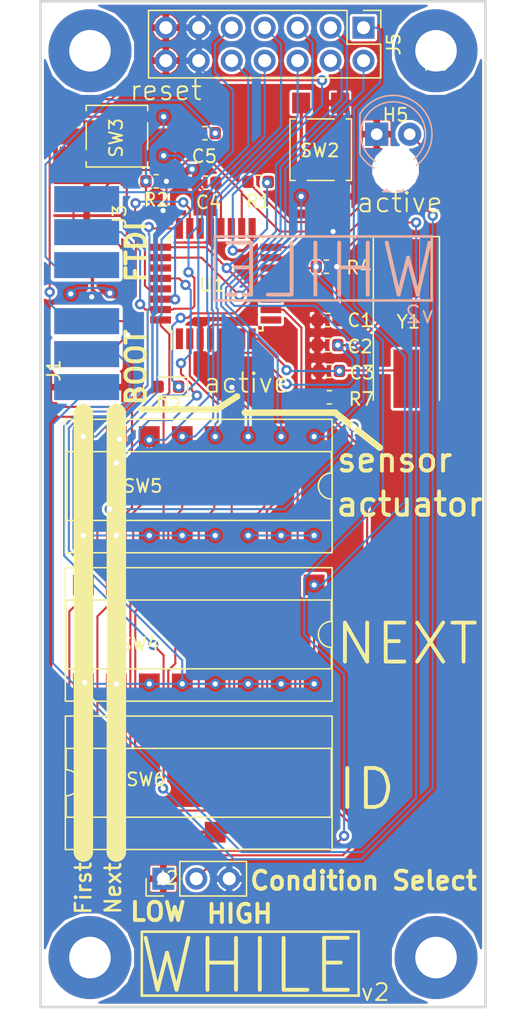
<source format=kicad_pcb>
(kicad_pcb (version 20171130) (host pcbnew 5.0.1-33cea8e~68~ubuntu14.04.1)
  (layers (0 F.Cu signal) (31 B.Cu signal) (34 B.Paste user) (35 F.Paste user) (36 B.SilkS user) (37 F.SilkS user) (38 B.Mask user) (39 F.Mask user) (44 Edge.Cuts user))
  (net 0 "")
  (net 1 XTAL1)
  (net 2 XTAL2)
  (net 3 AREF)
  (net 4 RESET)
  (net 5 DTR)
  (net 6 "Net-(D1-Pad2)")
  (net 7 a0)
  (net 8 a1)
  (net 9 RX)
  (net 10 TX)
  (net 11 a2)
  (net 12 d9)
  (net 13 d10)
  (net 14 d11)
  (net 15 a3)
  (net 16 d12)
  (net 17 d3)
  (net 18 d13)
  (net 19 d5)
  (net 20 d6)
  (net 21 d7)
  (net 22 a4)
  (net 23 d8)
  (net 24 a5)
  (net 25 bus11)
  (net 26 bus13)
  (net 27 "Net-(D2-Pad2)")
  (net 28 "Net-(H1-Pad1)")
  (net 29 "Net-(H2-Pad1)")
  (net 30 "Net-(H3-Pad1)")
  (net 31 "Net-(H4-Pad1)")
  (net 32 "Net-(H5-Pad1)")
  (net 33 bus1)
  (net 34 bus2)
  (net 35 bus3)
  (net 36 bus4)
  (net 37 bus5)
  (net 38 bus6)
  (net 39 bus7)
  (net 40 bus8)
  (net 41 "Net-(U1-Pad19)")
  (net 42 "Net-(U1-Pad22)")
  (net 43 "Net-(R7-Pad2)")
  (net 44 condSelect)
  (net 45 condition)
  (module Capacitor_SMD:C_0603_1608Metric (layer F.Cu) (at 146.3275 119.448)
    (fp_text reference C2 (at 2.5025 0.11) (layer F.SilkS))
    (fp_text value 22pf)
    (pad 2 smd roundrect (at 0.7875 0) (size 0.875 0.95) (layers F.Cu F.Paste F.Mask) (net 1 XTAL1))
    (pad 1 smd roundrect (at -0.7875 0) (size 0.875 0.95) (layers F.Cu F.Paste F.Mask) (net 26 bus13))
  )
  (module Capacitor_SMD:C_0603_1608Metric (layer F.Cu) (at 146.4525 121.438)
    (fp_text reference C3 (at 2.5275 0.14) (layer F.SilkS))
    (fp_text value 22pf)
    (pad 1 smd roundrect (at -0.7875 0) (size 0.875 0.95) (layers F.Cu F.Paste F.Mask) (net 26 bus13))
    (pad 2 smd roundrect (at 0.7875 0) (size 0.875 0.95) (layers F.Cu F.Paste F.Mask) (net 2 XTAL2))
  )
  (module Capacitor_SMD:C_0603_1608Metric (layer F.Cu) (at 136.9315 106.934 180)
    (fp_text reference C4 (at -0.2285 -1.524 180) (layer F.SilkS))
    (fp_text value 0.1mf)
    (pad 1 smd roundrect (at -0.7875 0 180) (size 0.875 0.95) (layers F.Cu F.Paste F.Mask) (net 3 AREF))
    (pad 2 smd roundrect (at 0.7875 0 180) (size 0.875 0.95) (layers F.Cu F.Paste F.Mask) (net 26 bus13))
  )
  (module Capacitor_SMD:C_0603_1608Metric (layer F.Cu) (at 136.8805 103.124)
    (fp_text reference C5 (at -0.05 1.778 180) (layer F.SilkS))
    (fp_text value 0.1mf)
    (pad 2 smd roundrect (at 0.7875 0) (size 0.875 0.95) (layers F.Cu F.Paste F.Mask) (net 5 DTR))
    (pad 1 smd roundrect (at -0.7875 0) (size 0.875 0.95) (layers F.Cu F.Paste F.Mask) (net 4 RESET))
  )
  (module LED_THT:LED_D5.0mm (layer B.Cu) (at 150.114 103.203)
    (fp_text reference D1 (at 1.27 3.96) (layer B.SilkS) (effects (justify mirror)))
    (fp_text value activeLED)
    (pad 1 thru_hole rect (at 0 0) (size 1.8 1.8) (drill 0.9) (layers *.Cu *.Mask) (net 26 bus13))
    (pad 2 thru_hole circle (at 2.54 0) (size 1.8 1.8) (drill 0.9) (layers *.Cu *.Mask) (net 6 "Net-(D1-Pad2)"))
  )
  (module MountingHole:MountingHole_3.2mm_M3_Pad (layer F.Cu) (at 154.686 166.624)
    (fp_text reference H1 (at 0.254 -0.762) (layer F.SilkS))
    (fp_text value MountingHole_Pad)
    (pad 1 thru_hole circle (at 0 0) (size 6.4 6.4) (drill 3.2) (layers *.Cu *.Mask) (net 28 "Net-(H1-Pad1)"))
  )
  (module MountingHole:MountingHole_3.2mm_M3_Pad (layer F.Cu) (at 128.016 166.624)
    (fp_text reference H2 (at 0 0.254) (layer F.SilkS))
    (fp_text value MountingHole_Pad)
    (pad 1 thru_hole circle (at 0 0) (size 6.4 6.4) (drill 3.2) (layers *.Cu *.Mask) (net 29 "Net-(H2-Pad1)"))
  )
  (module MountingHole:MountingHole_3.2mm_M3_Pad (layer F.Cu) (at 154.686 96.774)
    (fp_text reference H3 (at 0 1.016) (layer F.SilkS))
    (fp_text value MountingHole_Pad)
    (pad 1 thru_hole circle (at 0 0) (size 6.4 6.4) (drill 3.2) (layers *.Cu *.Mask) (net 30 "Net-(H3-Pad1)"))
  )
  (module MountingHole:MountingHole_3.2mm_M3_Pad (layer F.Cu) (at 128.016 96.774)
    (fp_text reference H4 (at 0 0) (layer F.SilkS))
    (fp_text value MountingHole_Pad)
    (pad 1 thru_hole circle (at 0 0) (size 6.4 6.4) (drill 3.2) (layers *.Cu *.Mask) (net 31 "Net-(H4-Pad1)"))
  )
  (module MountingHole:MountingHole_3.2mm_M3 (layer F.Cu) (at 151.5655 105.918)
    (fp_text reference H5 (at 0 -4.2) (layer F.SilkS))
    (fp_text value led_spy_hole)
    (pad 1 np_thru_hole circle (at 0 0) (size 3.2 3.2) (drill 3.2) (layers *.Cu *.Mask) (net 32 "Net-(H5-Pad1)"))
  )
  (module Connector_PinHeader_2.54mm:PinHeader_2x07_P2.54mm_Vertical (layer F.Cu) (at 149.098 94.996 270)
    (fp_text reference J5 (at 1.27 -2.33 270) (layer F.SilkS))
    (fp_text value BUS)
    (pad 1 thru_hole rect (at 0 0 270) (size 1.7 1.7) (drill 1) (layers *.Cu *.Mask) (net 33 bus1))
    (pad 2 thru_hole oval (at 2.54 0 270) (size 1.7 1.7) (drill 1) (layers *.Cu *.Mask) (net 34 bus2))
    (pad 3 thru_hole oval (at 0 2.54 270) (size 1.7 1.7) (drill 1) (layers *.Cu *.Mask) (net 35 bus3))
    (pad 4 thru_hole oval (at 2.54 2.54 270) (size 1.7 1.7) (drill 1) (layers *.Cu *.Mask) (net 36 bus4))
    (pad 5 thru_hole oval (at 0 5.08 270) (size 1.7 1.7) (drill 1) (layers *.Cu *.Mask) (net 37 bus5))
    (pad 6 thru_hole oval (at 2.54 5.08 270) (size 1.7 1.7) (drill 1) (layers *.Cu *.Mask) (net 38 bus6))
    (pad 7 thru_hole oval (at 0 7.62 270) (size 1.7 1.7) (drill 1) (layers *.Cu *.Mask) (net 39 bus7))
    (pad 8 thru_hole oval (at 2.54 7.62 270) (size 1.7 1.7) (drill 1) (layers *.Cu *.Mask) (net 40 bus8))
    (pad 9 thru_hole oval (at 0 10.16 270) (size 1.7 1.7) (drill 1) (layers *.Cu *.Mask) (net 9 RX))
    (pad 10 thru_hole oval (at 2.54 10.16 270) (size 1.7 1.7) (drill 1) (layers *.Cu *.Mask) (net 10 TX))
    (pad 11 thru_hole oval (at 0 12.7 270) (size 1.7 1.7) (drill 1) (layers *.Cu *.Mask) (net 25 bus11))
    (pad 12 thru_hole oval (at 2.54 12.7 270) (size 1.7 1.7) (drill 1) (layers *.Cu *.Mask) (net 25 bus11))
    (pad 13 thru_hole oval (at 0 15.24 270) (size 1.7 1.7) (drill 1) (layers *.Cu *.Mask) (net 26 bus13))
    (pad 14 thru_hole oval (at 2.54 15.24 270) (size 1.7 1.7) (drill 1) (layers *.Cu *.Mask) (net 26 bus13))
  )
  (module Resistor_SMD:R_0603_1608Metric (layer F.Cu) (at 140.9725 106.87)
    (fp_text reference R1 (at 0.0275 1.51) (layer F.SilkS))
    (fp_text value 10k)
    (pad 1 smd roundrect (at -0.7875 0) (size 0.875 0.95) (layers F.Cu F.Paste F.Mask) (net 6 "Net-(D1-Pad2)"))
    (pad 2 smd roundrect (at 0.7875 0) (size 0.875 0.95) (layers F.Cu F.Paste F.Mask) (net 11 a2))
  )
  (module Resistor_SMD:R_0603_1608Metric (layer F.Cu) (at 133.1175 106.83 180)
    (fp_text reference R2 (at 0 -1.43 180) (layer F.SilkS))
    (fp_text value 10k)
    (pad 1 smd roundrect (at -0.7875 0 180) (size 0.875 0.95) (layers F.Cu F.Paste F.Mask) (net 25 bus11))
    (pad 2 smd roundrect (at 0.7875 0 180) (size 0.875 0.95) (layers F.Cu F.Paste F.Mask) (net 4 RESET))
  )
  (module Resistor_SMD:R_0603_1608Metric (layer F.Cu) (at 146.2425 113.408)
    (fp_text reference R4 (at 2.4975 0.08) (layer F.SilkS))
    (fp_text value 10k)
    (pad 2 smd roundrect (at 0.7875 0) (size 0.875 0.95) (layers F.Cu F.Paste F.Mask) (net 25 bus11))
    (pad 1 smd roundrect (at -0.7875 0) (size 0.875 0.95) (layers F.Cu F.Paste F.Mask) (net 13 d10))
  )
  (module Button_Switch_SMD:SW_SPST_TL3305C (layer F.Cu) (at 145.796 104.394 90)
    (fp_text reference SW2 (at -0.062 -0.074 180) (layer F.SilkS))
    (fp_text value active)
    (pad 2 smd rect (at -3.6 1.5 90) (size 1.6 1.4) (layers F.Cu F.Paste F.Mask) (net 26 bus13))
    (pad 2 smd rect (at 3.6 1.5 90) (size 1.6 1.4) (layers F.Cu F.Paste F.Mask) (net 26 bus13))
    (pad 1 smd rect (at -3.6 -1.5 90) (size 1.6 1.4) (layers F.Cu F.Paste F.Mask) (net 15 a3))
    (pad 1 smd rect (at 3.6 -1.5 90) (size 1.6 1.4) (layers F.Cu F.Paste F.Mask) (net 15 a3))
  )
  (module Button_Switch_SMD:SW_SPST_TL3305C (layer F.Cu) (at 130.092 103.354 180)
    (fp_text reference SW3 (at 0.066 -0.13 270) (layer F.SilkS))
    (fp_text value reset)
    (pad 1 smd rect (at 3.6 -1.5 180) (size 1.6 1.4) (layers F.Cu F.Paste F.Mask) (net 26 bus13))
    (pad 1 smd rect (at -3.6 -1.5 180) (size 1.6 1.4) (layers F.Cu F.Paste F.Mask) (net 26 bus13))
    (pad 2 smd rect (at 3.6 1.5 180) (size 1.6 1.4) (layers F.Cu F.Paste F.Mask) (net 4 RESET))
    (pad 2 smd rect (at -3.6 1.5 180) (size 1.6 1.4) (layers F.Cu F.Paste F.Mask) (net 4 RESET))
  )
  (module Package_DIP:DIP-16_W7.62mm_SMDSocket_SmallPads (layer F.Cu) (at 136.398 141.732 270)
    (fp_text reference SW4 (at 0.762 4.572) (layer F.SilkS))
    (fp_text value NEXT)
    (pad 16 smd rect (at 3.81 -8.89 270) (size 1.6 1.6) (layers F.Cu F.Paste F.Mask) (net 8 a1))
    (pad 8 smd rect (at -3.81 8.89 270) (size 1.6 1.6) (layers F.Cu F.Paste F.Mask) (net 40 bus8))
    (pad 15 smd rect (at 3.81 -6.35 270) (size 1.6 1.6) (layers F.Cu F.Paste F.Mask) (net 8 a1))
    (pad 7 smd rect (at -3.81 6.35 270) (size 1.6 1.6) (layers F.Cu F.Paste F.Mask) (net 39 bus7))
    (pad 14 smd rect (at 3.81 -3.81 270) (size 1.6 1.6) (layers F.Cu F.Paste F.Mask) (net 8 a1))
    (pad 6 smd rect (at -3.81 3.81 270) (size 1.6 1.6) (layers F.Cu F.Paste F.Mask) (net 38 bus6))
    (pad 13 smd rect (at 3.81 -1.27 270) (size 1.6 1.6) (layers F.Cu F.Paste F.Mask) (net 8 a1))
    (pad 5 smd rect (at -3.81 1.27 270) (size 1.6 1.6) (layers F.Cu F.Paste F.Mask) (net 37 bus5))
    (pad 12 smd rect (at 3.81 1.27 270) (size 1.6 1.6) (layers F.Cu F.Paste F.Mask) (net 8 a1))
    (pad 4 smd rect (at -3.81 -1.27 270) (size 1.6 1.6) (layers F.Cu F.Paste F.Mask) (net 36 bus4))
    (pad 11 smd rect (at 3.81 3.81 270) (size 1.6 1.6) (layers F.Cu F.Paste F.Mask) (net 8 a1))
    (pad 3 smd rect (at -3.81 -3.81 270) (size 1.6 1.6) (layers F.Cu F.Paste F.Mask) (net 35 bus3))
    (pad 10 smd rect (at 3.81 6.35 270) (size 1.6 1.6) (layers F.Cu F.Paste F.Mask) (net 8 a1))
    (pad 2 smd rect (at -3.81 -6.35 270) (size 1.6 1.6) (layers F.Cu F.Paste F.Mask) (net 34 bus2))
    (pad 9 smd rect (at 3.81 8.89 270) (size 1.6 1.6) (layers F.Cu F.Paste F.Mask) (net 8 a1))
    (pad 1 smd rect (at -3.81 -8.89 270) (size 1.6 1.6) (layers F.Cu F.Paste F.Mask) (net 33 bus1))
  )
  (module Package_DIP:DIP-16_W7.62mm_SMDSocket_SmallPads (layer F.Cu) (at 136.398 130.302 270)
    (fp_text reference SW5 (at 0 4.318) (layer F.SilkS))
    (fp_text value ACTIVE)
    (pad 1 smd rect (at -3.81 -8.89 270) (size 1.6 1.6) (layers F.Cu F.Paste F.Mask) (net 34 bus2))
    (pad 9 smd rect (at 3.81 8.89 270) (size 1.6 1.6) (layers F.Cu F.Paste F.Mask) (net 27 "Net-(D2-Pad2)"))
    (pad 2 smd rect (at -3.81 -6.35 270) (size 1.6 1.6) (layers F.Cu F.Paste F.Mask) (net 35 bus3))
    (pad 10 smd rect (at 3.81 6.35 270) (size 1.6 1.6) (layers F.Cu F.Paste F.Mask) (net 27 "Net-(D2-Pad2)"))
    (pad 3 smd rect (at -3.81 -3.81 270) (size 1.6 1.6) (layers F.Cu F.Paste F.Mask) (net 36 bus4))
    (pad 11 smd rect (at 3.81 3.81 270) (size 1.6 1.6) (layers F.Cu F.Paste F.Mask) (net 27 "Net-(D2-Pad2)"))
    (pad 4 smd rect (at -3.81 -1.27 270) (size 1.6 1.6) (layers F.Cu F.Paste F.Mask) (net 37 bus5))
    (pad 12 smd rect (at 3.81 1.27 270) (size 1.6 1.6) (layers F.Cu F.Paste F.Mask) (net 27 "Net-(D2-Pad2)"))
    (pad 5 smd rect (at -3.81 1.27 270) (size 1.6 1.6) (layers F.Cu F.Paste F.Mask) (net 38 bus6))
    (pad 13 smd rect (at 3.81 -1.27 270) (size 1.6 1.6) (layers F.Cu F.Paste F.Mask) (net 27 "Net-(D2-Pad2)"))
    (pad 6 smd rect (at -3.81 3.81 270) (size 1.6 1.6) (layers F.Cu F.Paste F.Mask) (net 39 bus7))
    (pad 14 smd rect (at 3.81 -3.81 270) (size 1.6 1.6) (layers F.Cu F.Paste F.Mask) (net 45 condition))
    (pad 7 smd rect (at -3.81 6.35 270) (size 1.6 1.6) (layers F.Cu F.Paste F.Mask) (net 40 bus8))
    (pad 15 smd rect (at 3.81 -6.35 270) (size 1.6 1.6) (layers F.Cu F.Paste F.Mask) (net 45 condition))
    (pad 8 smd rect (at -3.81 8.89 270) (size 1.6 1.6) (layers F.Cu F.Paste F.Mask) (net 9 RX))
    (pad 16 smd rect (at 3.81 -8.89 270) (size 1.6 1.6) (layers F.Cu F.Paste F.Mask) (net 45 condition))
  )
  (module Package_DIP:DIP-16_W7.62mm_SMDSocket_SmallPads (layer F.Cu) (at 136.398 153.162 90)
    (fp_text reference SW6 (at 0.254 -4.064 180) (layer F.SilkS))
    (fp_text value ID)
    (pad 1 smd rect (at -3.81 -8.89 90) (size 1.6 1.6) (layers F.Cu F.Paste F.Mask) (net 7 a0))
    (pad 9 smd rect (at 3.81 8.89 90) (size 1.6 1.6) (layers F.Cu F.Paste F.Mask) (net 33 bus1))
    (pad 2 smd rect (at -3.81 -6.35 90) (size 1.6 1.6) (layers F.Cu F.Paste F.Mask) (net 7 a0))
    (pad 10 smd rect (at 3.81 6.35 90) (size 1.6 1.6) (layers F.Cu F.Paste F.Mask) (net 34 bus2))
    (pad 3 smd rect (at -3.81 -3.81 90) (size 1.6 1.6) (layers F.Cu F.Paste F.Mask) (net 7 a0))
    (pad 11 smd rect (at 3.81 3.81 90) (size 1.6 1.6) (layers F.Cu F.Paste F.Mask) (net 35 bus3))
    (pad 4 smd rect (at -3.81 -1.27 90) (size 1.6 1.6) (layers F.Cu F.Paste F.Mask) (net 7 a0))
    (pad 12 smd rect (at 3.81 1.27 90) (size 1.6 1.6) (layers F.Cu F.Paste F.Mask) (net 36 bus4))
    (pad 5 smd rect (at -3.81 1.27 90) (size 1.6 1.6) (layers F.Cu F.Paste F.Mask) (net 7 a0))
    (pad 13 smd rect (at 3.81 -1.27 90) (size 1.6 1.6) (layers F.Cu F.Paste F.Mask) (net 37 bus5))
    (pad 6 smd rect (at -3.81 3.81 90) (size 1.6 1.6) (layers F.Cu F.Paste F.Mask) (net 7 a0))
    (pad 14 smd rect (at 3.81 -3.81 90) (size 1.6 1.6) (layers F.Cu F.Paste F.Mask) (net 38 bus6))
    (pad 7 smd rect (at -3.81 6.35 90) (size 1.6 1.6) (layers F.Cu F.Paste F.Mask) (net 7 a0))
    (pad 15 smd rect (at 3.81 -6.35 90) (size 1.6 1.6) (layers F.Cu F.Paste F.Mask) (net 39 bus7))
    (pad 8 smd rect (at -3.81 8.89 90) (size 1.6 1.6) (layers F.Cu F.Paste F.Mask) (net 7 a0))
    (pad 16 smd rect (at 3.81 -8.89 90) (size 1.6 1.6) (layers F.Cu F.Paste F.Mask) (net 40 bus8))
  )
  (module Package_QFP:TQFP-32_7x7mm_P0.8mm (layer F.Cu) (at 137.71 114.71 90)
    (fp_text reference U1 (at -0.098 -0.296 180) (layer F.SilkS))
    (fp_text value ATmega328-AU)
    (pad 1 smd rect (at -4.25 -2.8 90) (size 1.6 0.55) (layers F.Cu F.Paste F.Mask) (net 17 d3))
    (pad 2 smd rect (at -4.25 -2 90) (size 1.6 0.55) (layers F.Cu F.Paste F.Mask) (net 45 condition))
    (pad 3 smd rect (at -4.25 -1.2 90) (size 1.6 0.55) (layers F.Cu F.Paste F.Mask) (net 26 bus13))
    (pad 4 smd rect (at -4.25 -0.4 90) (size 1.6 0.55) (layers F.Cu F.Paste F.Mask) (net 25 bus11))
    (pad 5 smd rect (at -4.25 0.4 90) (size 1.6 0.55) (layers F.Cu F.Paste F.Mask) (net 26 bus13))
    (pad 6 smd rect (at -4.25 1.2 90) (size 1.6 0.55) (layers F.Cu F.Paste F.Mask) (net 25 bus11))
    (pad 7 smd rect (at -4.25 2 90) (size 1.6 0.55) (layers F.Cu F.Paste F.Mask) (net 1 XTAL1))
    (pad 8 smd rect (at -4.25 2.8 90) (size 1.6 0.55) (layers F.Cu F.Paste F.Mask) (net 2 XTAL2))
    (pad 9 smd rect (at -2.8 4.25 180) (size 1.6 0.55) (layers F.Cu F.Paste F.Mask) (net 19 d5))
    (pad 10 smd rect (at -2 4.25 180) (size 1.6 0.55) (layers F.Cu F.Paste F.Mask) (net 20 d6))
    (pad 11 smd rect (at -1.2 4.25 180) (size 1.6 0.55) (layers F.Cu F.Paste F.Mask) (net 21 d7))
    (pad 12 smd rect (at -0.4 4.25 180) (size 1.6 0.55) (layers F.Cu F.Paste F.Mask) (net 23 d8))
    (pad 13 smd rect (at 0.4 4.25 180) (size 1.6 0.55) (layers F.Cu F.Paste F.Mask) (net 12 d9))
    (pad 14 smd rect (at 1.2 4.25 180) (size 1.6 0.55) (layers F.Cu F.Paste F.Mask) (net 13 d10))
    (pad 15 smd rect (at 2 4.25 180) (size 1.6 0.55) (layers F.Cu F.Paste F.Mask) (net 14 d11))
    (pad 16 smd rect (at 2.8 4.25 180) (size 1.6 0.55) (layers F.Cu F.Paste F.Mask) (net 16 d12))
    (pad 17 smd rect (at 4.25 2.8 90) (size 1.6 0.55) (layers F.Cu F.Paste F.Mask) (net 18 d13))
    (pad 18 smd rect (at 4.25 2 90) (size 1.6 0.55) (layers F.Cu F.Paste F.Mask) (net 25 bus11))
    (pad 19 smd rect (at 4.25 1.2 90) (size 1.6 0.55) (layers F.Cu F.Paste F.Mask) (net 41 "Net-(U1-Pad19)"))
    (pad 20 smd rect (at 4.25 0.4 90) (size 1.6 0.55) (layers F.Cu F.Paste F.Mask) (net 3 AREF))
    (pad 21 smd rect (at 4.25 -0.4 90) (size 1.6 0.55) (layers F.Cu F.Paste F.Mask) (net 26 bus13))
    (pad 22 smd rect (at 4.25 -1.2 90) (size 1.6 0.55) (layers F.Cu F.Paste F.Mask) (net 42 "Net-(U1-Pad22)"))
    (pad 23 smd rect (at 4.25 -2 90) (size 1.6 0.55) (layers F.Cu F.Paste F.Mask) (net 7 a0))
    (pad 24 smd rect (at 4.25 -2.8 90) (size 1.6 0.55) (layers F.Cu F.Paste F.Mask) (net 8 a1))
    (pad 25 smd rect (at 2.8 -4.25 180) (size 1.6 0.55) (layers F.Cu F.Paste F.Mask) (net 11 a2))
    (pad 26 smd rect (at 2 -4.25 180) (size 1.6 0.55) (layers F.Cu F.Paste F.Mask) (net 15 a3))
    (pad 27 smd rect (at 1.2 -4.25 180) (size 1.6 0.55) (layers F.Cu F.Paste F.Mask) (net 22 a4))
    (pad 28 smd rect (at 0.4 -4.25 180) (size 1.6 0.55) (layers F.Cu F.Paste F.Mask) (net 24 a5))
    (pad 29 smd rect (at -0.4 -4.25 180) (size 1.6 0.55) (layers F.Cu F.Paste F.Mask) (net 4 RESET))
    (pad 30 smd rect (at -1.2 -4.25 180) (size 1.6 0.55) (layers F.Cu F.Paste F.Mask) (net 9 RX))
    (pad 31 smd rect (at -2 -4.25 180) (size 1.6 0.55) (layers F.Cu F.Paste F.Mask) (net 10 TX))
    (pad 32 smd rect (at -2.8 -4.25 180) (size 1.6 0.55) (layers F.Cu F.Paste F.Mask) (net 44 condSelect))
  )
  (module Crystal:Crystal_SMD_HC49-SD (layer F.Cu) (at 152.4 117.788 270)
    (fp_text reference Y1 (at -0.13 -0.16) (layer F.SilkS))
    (fp_text value Crystal)
    (pad 1 smd rect (at -4.25 0 270) (size 4.5 2) (layers F.Cu F.Paste F.Mask) (net 1 XTAL1))
    (pad 2 smd rect (at 4.25 0 270) (size 4.5 2) (layers F.Cu F.Paste F.Mask) (net 2 XTAL2))
  )
  (module Capacitor_SMD:C_0603_1608Metric (layer F.Cu) (at 146.3425 117.518 180)
    (fp_text reference C1 (at -2.4875 -0.02 180) (layer F.SilkS))
    (fp_text value 10mf)
    (pad 2 smd roundrect (at 0.7875 0 180) (size 0.875 0.95) (layers F.Cu F.Paste F.Mask) (net 26 bus13))
    (pad 1 smd roundrect (at -0.7875 0 180) (size 0.875 0.95) (layers F.Cu F.Paste F.Mask) (net 25 bus11))
  )
  (module autoblocks:edge_connector_3 (layer F.Cu) (at 129.032 121.412 90)
    (fp_text reference J1 (at 0 -3.81 90) (layer F.SilkS))
    (fp_text value bootloader)
    (pad 6 smd rect (at 3.81 -1.27 90) (size 2 5) (layers B.Cu F.Paste B.Mask) (net 18 d13) (clearance 0.27))
    (pad 5 smd rect (at 1.27 -1.27 90) (size 2 5) (layers B.Cu F.Paste B.Mask) (net 16 d12) (clearance 0.27))
    (pad 4 smd rect (at -1.27 -1.27 90) (size 2 5) (layers B.Cu F.Paste B.Mask) (net 14 d11) (clearance 0.27))
    (pad 3 smd rect (at 3.81 -1.27 90) (size 2 5) (layers F.Cu F.Paste F.Mask) (net 13 d10) (clearance 0.27))
    (pad 2 smd rect (at 1.27 -1.27 90) (size 2 5) (layers F.Cu F.Paste F.Mask) (net 25 bus11) (clearance 0.27))
    (pad 1 smd rect (at -1.27 -1.27 90) (size 2 5) (layers F.Cu F.Paste F.Mask) (net 26 bus13) (clearance 0.27))
  )
  (module autoblocks:edge_connector_3 (layer F.Cu) (at 126.492 109.474 270)
    (fp_text reference J3 (at 0 -3.81 270) (layer F.SilkS))
    (fp_text value FTDI)
    (pad 1 smd rect (at -1.27 -1.27 270) (size 2 5) (layers F.Cu F.Paste F.Mask) (net 26 bus13) (clearance 0.27))
    (pad 2 smd rect (at 1.27 -1.27 270) (size 2 5) (layers F.Cu F.Paste F.Mask) (net 26 bus13) (clearance 0.27))
    (pad 3 smd rect (at 3.81 -1.27 270) (size 2 5) (layers F.Cu F.Paste F.Mask) (net 25 bus11) (clearance 0.27))
    (pad 4 smd rect (at -1.27 -1.27 270) (size 2 5) (layers B.Cu F.Paste B.Mask) (net 9 RX) (clearance 0.27))
    (pad 5 smd rect (at 1.27 -1.27 270) (size 2 5) (layers B.Cu F.Paste B.Mask) (net 10 TX) (clearance 0.27))
    (pad 6 smd rect (at 3.81 -1.27 270) (size 2 5) (layers B.Cu F.Paste B.Mask) (net 5 DTR) (clearance 0.27))
  )
  (module Resistor_SMD:R_0603_1608Metric (layer F.Cu) (at 146.4675 123.468)
    (fp_text reference R7 (at 2.4625 0.14) (layer F.SilkS))
    (fp_text value 1k)
    (pad 1 smd roundrect (at -0.7875 0) (size 0.875 0.95) (layers F.Cu F.Paste F.Mask) (net 24 a5))
    (pad 2 smd roundrect (at 0.7875 0) (size 0.875 0.95) (layers F.Cu F.Paste F.Mask) (net 43 "Net-(R7-Pad2)"))
  )
  (module Connector_PinHeader_2.54mm:PinHeader_1x03_P2.54mm_Vertical (layer F.Cu) (at 133.67 160.55 90)
    (fp_text reference J2 (at 0.05 0.3 180) (layer F.SilkS))
    (fp_text value Conn_01x03_Male)
    (pad 1 thru_hole rect (at 0 0 90) (size 1.7 1.7) (drill 1) (layers *.Cu *.Mask) (net 26 bus13))
    (pad 2 thru_hole oval (at 0 2.54 90) (size 1.7 1.7) (drill 1) (layers *.Cu *.Mask) (net 44 condSelect))
    (pad 3 thru_hole oval (at 0 5.08 90) (size 1.7 1.7) (drill 1) (layers *.Cu *.Mask) (net 25 bus11))
  )
  (module Diode_SMD:D_0603_1608Metric (layer F.Cu) (at 134.0625 122.65 180)
    (fp_text reference D2 (at 0 -1.43 180) (layer F.SilkS))
    (fp_text value DIODE)
    (pad 1 smd roundrect (at -0.7875 0 180) (size 0.875 0.95) (layers F.Cu F.Paste F.Mask) (net 11 a2))
    (pad 2 smd roundrect (at 0.7875 0 180) (size 0.875 0.95) (layers F.Cu F.Paste F.Mask) (net 27 "Net-(D2-Pad2)"))
  )
  (gr_line (start 146.9 124.65) (end 150.35 127.35) (layer F.SilkS) (width 0.5))
  (gr_line (start 139.95 124.65) (end 146.95 124.65) (layer F.SilkS) (width 0.5))
  (gr_line (start 137.8 124.4) (end 139.35 123.4) (layer F.SilkS) (width 0.5))
  (gr_line (start 131.95 124.4) (end 137.85 124.4) (layer F.SilkS) (width 0.5))
  (gr_text active (at 140.1 122.358) (layer F.SilkS) (effects (font (size 1.5 1.5))))
  (gr_text actuator (at 152.65 131.7) (layer F.SilkS) (effects (font (size 1.8 1.8) (thickness 0.3))))
  (gr_text HIGH (at 139.55 163.25) (layer F.SilkS) (effects (font (size 1.4 1.4) (thickness 0.3))))
  (gr_text LOW (at 133.25 163.1) (layer F.SilkS) (effects (font (size 1.4 1.4) (thickness 0.3))))
  (gr_text "Condition Select" (at 149.1 160.7) (layer F.SilkS) (effects (font (size 1.4 1.4) (thickness 0.3))))
  (gr_text BOOT (at 131.572 121.158 90) (layer F.SilkS) (effects (font (size 1.5 1.5) (thickness 0.3))))
  (gr_text FTDI (at 131.572 112.268 90) (layer F.SilkS) (effects (font (size 1.5 1.5) (thickness 0.3))))
  (gr_text v2 (at 150 169.3) (layer F.SilkS) (effects (font (size 1.3 1.3))))
  (gr_line (start 130.048 124.714) (end 130.048 158.496) (layer F.SilkS) (width 1.5))
  (gr_line (start 127.508 124.714) (end 127.508 158.496) (layer F.SilkS) (width 1.5))
  (gr_text Next (at 129.794 161.29 90) (layer F.SilkS) (effects (font (size 1.2 1.2) (thickness 0.2))))
  (gr_text First (at 127.508 161.29 90) (layer F.SilkS) (effects (font (size 1.2 1.2) (thickness 0.2))))
  (gr_text ID (at 149.35 153.65) (layer F.SilkS) (effects (font (size 3 3) (thickness 0.3))))
  (gr_text sensor (at 151.5 128.3) (layer F.SilkS) (effects (font (size 1.8 1.8) (thickness 0.3))))
  (gr_text NEXT (at 152.45 142.45) (layer F.SilkS) (effects (font (size 3 3) (thickness 0.3))))
  (gr_text reset (at 133.858 99.822) (layer F.SilkS) (effects (font (size 1.5 1.5))))
  (gr_line (start 132.0098 164.63) (end 148.723 164.63) (layer F.SilkS) (width 0.2))
  (gr_line (start 132.0098 169.5576) (end 132.0098 164.63) (layer F.SilkS) (width 0.2))
  (gr_line (start 148.7484 169.5576) (end 132.0098 169.5576) (layer F.SilkS) (width 0.2))
  (gr_line (start 148.723 164.6046) (end 148.723 169.5322) (layer F.SilkS) (width 0.2))
  (gr_text WHILE (at 140.1886 167.2716) (layer F.SilkS) (effects (font (size 4 3.85) (thickness 0.3))))
  (gr_line (start 158.496 92.964) (end 124.206 92.964) (layer Edge.Cuts) (width 0.2))
  (gr_line (start 158.496 170.434) (end 158.496 92.964) (layer Edge.Cuts) (width 0.2))
  (gr_line (start 124.206 170.434) (end 158.496 170.434) (layer Edge.Cuts) (width 0.2))
  (gr_line (start 124.206 92.964) (end 124.206 170.434) (layer Edge.Cuts) (width 0.2))
  (gr_text v2 (at 153.416 117.094) (layer B.SilkS) (effects (font (size 1.3 1.3)) (justify mirror)))
  (gr_text active (at 151.892 108.458) (layer F.SilkS) (effects (font (size 1.5 1.5))))
  (gr_line (start 137.6358 116.0076) (end 137.6358 111.08) (layer B.SilkS) (width 0.2))
  (gr_line (start 154.3744 116.0076) (end 137.6358 116.0076) (layer B.SilkS) (width 0.2))
  (gr_line (start 154.349 111.0546) (end 154.349 115.9822) (layer B.SilkS) (width 0.2))
  (gr_line (start 137.6358 111.08) (end 154.349 111.08) (layer B.SilkS) (width 0.2))
  (gr_text WHILE (at 146.304 113.7216) (layer B.SilkS) (effects (font (size 4 3.85) (thickness 0.3)) (justify mirror)))
  (segment (start 147.6525 119.448) (end 147.115 119.448) (width 0.16) (layer F.Cu) (net 1))
  (segment (start 148.502 119.448) (end 147.6525 119.448) (width 0.16) (layer F.Cu) (net 1))
  (segment (start 153.162 114.788) (end 148.502 119.448) (width 0.16) (layer F.Cu) (net 1))
  (segment (start 152.4 113.538) (end 152.4 114.788) (width 0.16) (layer F.Cu) (net 1))
  (segment (start 147.115 119.448) (end 147.115 119.448) (width 0.16) (layer F.Cu) (net 1))
  (via (at 147.115 119.448) (size 0.8) (drill 0.4) (layers F.Cu B.Cu) (net 1))
  (via (at 143.171023 122.44301) (size 0.8) (drill 0.4) (layers F.Cu B.Cu) (net 1))
  (segment (start 143.228013 122.5) (end 143.171023 122.44301) (width 0.16) (layer B.Cu) (net 1))
  (segment (start 147.9 122.5) (end 143.228013 122.5) (width 0.16) (layer B.Cu) (net 1))
  (segment (start 148.25 122.15) (end 147.9 122.5) (width 0.16) (layer B.Cu) (net 1))
  (segment (start 148.25 120.583) (end 148.25 122.15) (width 0.16) (layer B.Cu) (net 1))
  (segment (start 147.115 119.448) (end 148.25 120.583) (width 0.16) (layer B.Cu) (net 1))
  (segment (start 140.867356 120.04) (end 143.171023 122.343667) (width 0.16) (layer F.Cu) (net 1))
  (segment (start 139.71 118.96) (end 139.71 119.859165) (width 0.16) (layer F.Cu) (net 1))
  (segment (start 143.171023 122.343667) (end 143.171023 122.44301) (width 0.16) (layer F.Cu) (net 1))
  (segment (start 139.890835 120.04) (end 140.867356 120.04) (width 0.16) (layer F.Cu) (net 1))
  (segment (start 139.71 119.859165) (end 139.890835 120.04) (width 0.16) (layer F.Cu) (net 1))
  (via (at 147.24 121.438) (size 0.8) (drill 0.4) (layers F.Cu B.Cu) (net 2))
  (segment (start 147.278 121.4) (end 147.24 121.438) (width 0.16) (layer F.Cu) (net 2))
  (segment (start 152.524 121.4) (end 147.278 121.4) (width 0.16) (layer F.Cu) (net 2))
  (segment (start 153.162 122.038) (end 152.524 121.4) (width 0.16) (layer F.Cu) (net 2))
  (via (at 143.164706 121.375669) (size 0.8) (drill 0.4) (layers F.Cu B.Cu) (net 2))
  (segment (start 140.945 118.96) (end 143.164706 121.179706) (width 0.16) (layer F.Cu) (net 2))
  (segment (start 143.164706 121.179706) (end 143.164706 121.375669) (width 0.16) (layer F.Cu) (net 2))
  (segment (start 140.51 118.96) (end 140.945 118.96) (width 0.16) (layer F.Cu) (net 2))
  (segment (start 143.227037 121.438) (end 143.164706 121.375669) (width 0.16) (layer B.Cu) (net 2))
  (segment (start 147.24 121.438) (end 143.227037 121.438) (width 0.16) (layer B.Cu) (net 2))
  (segment (start 138.11 109.5) (end 138.11 110.46) (width 0.16) (layer F.Cu) (net 3))
  (segment (start 138.11 107.9) (end 138.11 109.5) (width 0.16) (layer F.Cu) (net 3))
  (segment (start 137.719 107.509) (end 138.11 107.9) (width 0.16) (layer F.Cu) (net 3))
  (segment (start 137.719 106.934) (end 137.719 107.509) (width 0.16) (layer F.Cu) (net 3))
  (segment (start 134.823 101.854) (end 133.692 101.854) (width 0.16) (layer F.Cu) (net 4))
  (segment (start 136.093 103.124) (end 134.823 101.854) (width 0.16) (layer F.Cu) (net 4))
  (segment (start 132.732 101.854) (end 126.492 101.854) (width 0.16) (layer F.Cu) (net 4))
  (segment (start 133.692 101.854) (end 132.732 101.854) (width 0.16) (layer F.Cu) (net 4))
  (segment (start 132.33 106.83) (end 132.33 106.83) (width 0.16) (layer F.Cu) (net 4))
  (segment (start 133.692 101.854) (end 133.692 101.854) (width 0.16) (layer F.Cu) (net 4))
  (via (at 133.692 101.854) (size 0.8) (drill 0.4) (layers F.Cu B.Cu) (net 4))
  (via (at 132.331079 106.827877) (size 0.8) (drill 0.4) (layers F.Cu B.Cu) (net 4))
  (segment (start 132.331079 104.074921) (end 132.331079 106.262192) (width 0.16) (layer B.Cu) (net 4))
  (segment (start 133.692 101.854) (end 133.692 102.714) (width 0.16) (layer B.Cu) (net 4))
  (segment (start 132.331079 106.262192) (end 132.331079 106.827877) (width 0.16) (layer B.Cu) (net 4))
  (segment (start 133.692 102.714) (end 132.331079 104.074921) (width 0.16) (layer B.Cu) (net 4))
  (segment (start 132.331079 107.393562) (end 132.331079 106.827877) (width 0.16) (layer F.Cu) (net 4))
  (segment (start 131.860011 109.19636) (end 132.331079 108.725292) (width 0.16) (layer F.Cu) (net 4))
  (segment (start 133.46 115.11) (end 132.5 115.11) (width 0.16) (layer F.Cu) (net 4))
  (segment (start 131.860011 110.860011) (end 131.860011 109.19636) (width 0.16) (layer F.Cu) (net 4))
  (segment (start 132.5 115.11) (end 132.25 114.86) (width 0.16) (layer F.Cu) (net 4))
  (segment (start 132.25 111.25) (end 131.860011 110.860011) (width 0.16) (layer F.Cu) (net 4))
  (segment (start 132.331079 108.725292) (end 132.331079 107.393562) (width 0.16) (layer F.Cu) (net 4))
  (segment (start 132.25 114.86) (end 132.25 111.25) (width 0.16) (layer F.Cu) (net 4))
  (via (at 137.668 103.124) (size 0.8) (drill 0.4) (layers F.Cu B.Cu) (net 5))
  (segment (start 129.54 100.584) (end 124.58601 105.53799) (width 0.16) (layer B.Cu) (net 5))
  (segment (start 125.222 113.284) (end 127.762 113.284) (width 0.16) (layer B.Cu) (net 5))
  (segment (start 124.58601 112.64801) (end 125.222 113.284) (width 0.16) (layer B.Cu) (net 5))
  (segment (start 135.128 100.584) (end 129.54 100.584) (width 0.16) (layer B.Cu) (net 5))
  (segment (start 124.58601 105.53799) (end 124.58601 112.64801) (width 0.16) (layer B.Cu) (net 5))
  (segment (start 137.668 103.124) (end 135.128 100.584) (width 0.16) (layer B.Cu) (net 5))
  (segment (start 153.85 104.399) (end 152.654 103.203) (width 0.16) (layer F.Cu) (net 6))
  (segment (start 153.85 106.9) (end 153.85 104.399) (width 0.16) (layer F.Cu) (net 6))
  (segment (start 152.4 108.35) (end 153.85 106.9) (width 0.16) (layer F.Cu) (net 6))
  (segment (start 149.203737 108.35) (end 152.4 108.35) (width 0.16) (layer F.Cu) (net 6))
  (segment (start 147.583738 109.969999) (end 149.203737 108.35) (width 0.16) (layer F.Cu) (net 6))
  (segment (start 143.284999 109.969999) (end 147.583738 109.969999) (width 0.16) (layer F.Cu) (net 6))
  (segment (start 140.185 106.87) (end 143.284999 109.969999) (width 0.16) (layer F.Cu) (net 6))
  (segment (start 128.558 156.972) (end 145.288 156.972) (width 0.25) (layer F.Cu) (net 7))
  (segment (start 127.508 156.972) (end 128.558 156.972) (width 0.25) (layer F.Cu) (net 7))
  (segment (start 127.508 156.972) (end 127.508 155.922) (width 0.25) (layer F.Cu) (net 7))
  (segment (start 127.508 155.922) (end 124.991021 153.405021) (width 0.25) (layer F.Cu) (net 7))
  (segment (start 124.991021 153.405021) (end 124.991021 125.452979) (width 0.25) (layer F.Cu) (net 7))
  (segment (start 124.991021 125.452979) (end 125.476 124.968) (width 0.25) (layer F.Cu) (net 7))
  (segment (start 135.71 110.46) (end 135.71 108.948414) (width 0.16) (layer F.Cu) (net 7))
  (via (at 135.20999 108.448404) (size 0.8) (drill 0.4) (layers F.Cu B.Cu) (net 7))
  (segment (start 135.609989 108.848403) (end 135.20999 108.448404) (width 0.16) (layer F.Cu) (net 7))
  (segment (start 135.71 108.948414) (end 135.609989 108.848403) (width 0.16) (layer F.Cu) (net 7))
  (via (at 131.53001 108.519957) (size 0.8) (drill 0.4) (layers F.Cu B.Cu) (net 7))
  (segment (start 131.649967 108.4) (end 131.53001 108.519957) (width 0.16) (layer B.Cu) (net 7))
  (segment (start 135.161586 108.4) (end 131.649967 108.4) (width 0.16) (layer B.Cu) (net 7))
  (segment (start 135.20999 108.448404) (end 135.161586 108.4) (width 0.16) (layer B.Cu) (net 7))
  (segment (start 131.5 108.549967) (end 131.53001 108.519957) (width 0.16) (layer F.Cu) (net 7))
  (segment (start 130.739989 116.475547) (end 131.55 115.665536) (width 0.16) (layer F.Cu) (net 7))
  (segment (start 130.739989 116.799121) (end 130.739989 116.475547) (width 0.16) (layer F.Cu) (net 7))
  (segment (start 132.019988 118.07912) (end 130.739989 116.799121) (width 0.16) (layer F.Cu) (net 7))
  (segment (start 130.303132 124.968) (end 132.019988 123.251144) (width 0.16) (layer F.Cu) (net 7))
  (segment (start 131.55 111.221538) (end 131.5 111.171538) (width 0.16) (layer F.Cu) (net 7))
  (segment (start 125.476 124.968) (end 130.303132 124.968) (width 0.16) (layer F.Cu) (net 7))
  (segment (start 132.019988 123.251144) (end 132.019988 118.07912) (width 0.16) (layer F.Cu) (net 7))
  (segment (start 131.5 111.171538) (end 131.5 108.549967) (width 0.16) (layer F.Cu) (net 7))
  (segment (start 131.55 115.665536) (end 131.55 111.221538) (width 0.16) (layer F.Cu) (net 7))
  (via (at 145.288 145.542) (size 0.8) (drill 0.4) (layers F.Cu B.Cu) (net 8))
  (via (at 142.748 145.542) (size 0.8) (drill 0.4) (layers F.Cu B.Cu) (net 8))
  (via (at 140.208 145.542) (size 0.8) (drill 0.4) (layers F.Cu B.Cu) (net 8))
  (via (at 137.668 145.542) (size 0.8) (drill 0.4) (layers F.Cu B.Cu) (net 8))
  (via (at 135.128 145.542) (size 0.8) (drill 0.4) (layers F.Cu B.Cu) (net 8))
  (via (at 132.588 145.542) (size 0.8) (drill 0.4) (layers F.Cu B.Cu) (net 8))
  (via (at 130.048 145.542) (size 0.8) (drill 0.4) (layers F.Cu B.Cu) (net 8))
  (segment (start 127.508 145.542) (end 127.508 145.542) (width 0.16) (layer F.Cu) (net 8))
  (segment (start 127.708812 145.542) (end 127.608406 145.441594) (width 0.16) (layer B.Cu) (net 8))
  (segment (start 145.288 145.542) (end 127.708812 145.542) (width 0.16) (layer B.Cu) (net 8))
  (via (at 127.608406 145.441594) (size 0.8) (drill 0.4) (layers F.Cu B.Cu) (net 8))
  (via (at 132.55 110.35) (size 0.8) (drill 0.4) (layers F.Cu B.Cu) (net 8))
  (segment (start 132.66 110.46) (end 132.55 110.35) (width 0.16) (layer F.Cu) (net 8))
  (segment (start 134.91 110.46) (end 132.66 110.46) (width 0.16) (layer F.Cu) (net 8))
  (segment (start 132.55 110.915685) (end 132.55 110.35) (width 0.16) (layer B.Cu) (net 8))
  (segment (start 132.6 110.965685) (end 132.55 110.915685) (width 0.16) (layer B.Cu) (net 8))
  (segment (start 132.6 116.589743) (end 132.6 110.965685) (width 0.16) (layer B.Cu) (net 8))
  (segment (start 126.385989 135.275989) (end 126.385989 125.834879) (width 0.16) (layer B.Cu) (net 8))
  (segment (start 135.128 143.728) (end 130.338 138.938) (width 0.16) (layer B.Cu) (net 8))
  (segment (start 130.048 138.938) (end 126.385989 135.275989) (width 0.16) (layer B.Cu) (net 8))
  (segment (start 126.385989 125.834879) (end 127.654858 124.56601) (width 0.16) (layer B.Cu) (net 8))
  (segment (start 130.338 138.938) (end 130.048 138.938) (width 0.16) (layer B.Cu) (net 8))
  (segment (start 127.654858 124.56601) (end 130.451122 124.56601) (width 0.16) (layer B.Cu) (net 8))
  (segment (start 130.451122 124.56601) (end 132.458823 122.558309) (width 0.16) (layer B.Cu) (net 8))
  (segment (start 132.458823 122.558309) (end 132.458823 116.73092) (width 0.16) (layer B.Cu) (net 8))
  (segment (start 135.128 145.542) (end 135.128 143.728) (width 0.16) (layer B.Cu) (net 8))
  (segment (start 132.458823 116.73092) (end 132.6 116.589743) (width 0.16) (layer B.Cu) (net 8))
  (via (at 127.508 126.492) (size 0.8) (drill 0.4) (layers F.Cu B.Cu) (net 9))
  (segment (start 135.89 108.966) (end 135.89 107.671988) (width 0.16) (layer B.Cu) (net 9))
  (via (at 134.574252 115.923872) (size 0.8) (drill 0.4) (layers F.Cu B.Cu) (net 9))
  (segment (start 133.46 115.91) (end 134.56038 115.91) (width 0.16) (layer F.Cu) (net 9))
  (segment (start 134.56038 115.91) (end 134.574252 115.923872) (width 0.16) (layer F.Cu) (net 9))
  (segment (start 139.044011 104.517977) (end 137.643988 105.918) (width 0.16) (layer B.Cu) (net 9))
  (segment (start 137.643988 105.918) (end 135.89 107.671988) (width 0.16) (layer B.Cu) (net 9))
  (segment (start 139.044011 99.822) (end 139.044011 104.517977) (width 0.16) (layer B.Cu) (net 9))
  (segment (start 137.65 98.427989) (end 139.044011 99.822) (width 0.16) (layer B.Cu) (net 9))
  (segment (start 137.65 96.284) (end 137.65 98.427989) (width 0.16) (layer B.Cu) (net 9))
  (segment (start 138.938 94.996) (end 137.65 96.284) (width 0.16) (layer B.Cu) (net 9))
  (segment (start 128.371988 107.671988) (end 135.89 107.671988) (width 0.16) (layer B.Cu) (net 9))
  (segment (start 128.133986 107.433986) (end 128.371988 107.671988) (width 0.16) (layer B.Cu) (net 9))
  (segment (start 127.516014 107.433986) (end 128.133986 107.433986) (width 0.16) (layer B.Cu) (net 9))
  (segment (start 126.746 108.204) (end 127.516014 107.433986) (width 0.16) (layer B.Cu) (net 9))
  (segment (start 134.786001 110.069999) (end 135.89 108.966) (width 0.16) (layer B.Cu) (net 9))
  (segment (start 134.780001 110.069999) (end 134.786001 110.069999) (width 0.16) (layer B.Cu) (net 9))
  (segment (start 133.532445 111.317555) (end 134.780001 110.069999) (width 0.16) (layer B.Cu) (net 9))
  (segment (start 133.532445 117.095433) (end 133.532445 111.317555) (width 0.16) (layer B.Cu) (net 9))
  (segment (start 133.202011 117.425867) (end 133.532445 117.095433) (width 0.16) (layer B.Cu) (net 9))
  (segment (start 130.701725 125.582011) (end 133.202011 123.081725) (width 0.16) (layer B.Cu) (net 9))
  (segment (start 133.202011 123.081725) (end 133.202011 117.425867) (width 0.16) (layer B.Cu) (net 9))
  (segment (start 129.377989 125.582011) (end 130.701725 125.582011) (width 0.16) (layer B.Cu) (net 9))
  (segment (start 128.468 126.492) (end 129.377989 125.582011) (width 0.16) (layer B.Cu) (net 9))
  (segment (start 127.508 126.492) (end 128.468 126.492) (width 0.16) (layer B.Cu) (net 9))
  (segment (start 134.574252 115.358187) (end 134.574252 115.923872) (width 0.16) (layer B.Cu) (net 9))
  (segment (start 134.574252 110.281748) (end 134.574252 115.358187) (width 0.16) (layer B.Cu) (net 9))
  (segment (start 134.786001 110.069999) (end 134.574252 110.281748) (width 0.16) (layer B.Cu) (net 9))
  (via (at 135.607634 113.833776) (size 0.8) (drill 0.4) (layers F.Cu B.Cu) (net 10))
  (segment (start 136.291989 108.050351) (end 136.291989 110.342011) (width 0.16) (layer B.Cu) (net 10))
  (segment (start 135.607634 113.268091) (end 135.607634 113.833776) (width 0.16) (layer B.Cu) (net 10))
  (segment (start 140.208 104.13434) (end 136.291989 108.050351) (width 0.16) (layer B.Cu) (net 10))
  (segment (start 135.607634 111.026366) (end 135.607634 113.268091) (width 0.16) (layer B.Cu) (net 10))
  (segment (start 140.208 98.806) (end 140.208 104.13434) (width 0.16) (layer B.Cu) (net 10))
  (segment (start 136.291989 110.342011) (end 135.607634 111.026366) (width 0.16) (layer B.Cu) (net 10))
  (segment (start 138.938 97.536) (end 140.208 98.806) (width 0.16) (layer B.Cu) (net 10))
  (segment (start 126.746 110.744) (end 130.417672 110.744) (width 0.16) (layer B.Cu) (net 10))
  (segment (start 130.417672 110.744) (end 131.88001 112.206338) (width 0.16) (layer B.Cu) (net 10))
  (via (at 131.88001 116.303331) (size 0.8) (drill 0.4) (layers F.Cu B.Cu) (net 10))
  (segment (start 131.88001 115.737646) (end 131.88001 116.303331) (width 0.16) (layer B.Cu) (net 10))
  (segment (start 131.88001 112.206338) (end 131.88001 115.737646) (width 0.16) (layer B.Cu) (net 10))
  (segment (start 132.280009 116.70333) (end 131.88001 116.303331) (width 0.16) (layer F.Cu) (net 10))
  (segment (start 133.46 116.71) (end 132.286679 116.71) (width 0.16) (layer F.Cu) (net 10))
  (segment (start 132.286679 116.71) (end 132.280009 116.70333) (width 0.16) (layer F.Cu) (net 10))
  (segment (start 134.490011 116.639989) (end 135.876523 116.639989) (width 0.16) (layer F.Cu) (net 10))
  (segment (start 136.062002 116.45451) (end 136.062002 114.288144) (width 0.16) (layer F.Cu) (net 10))
  (segment (start 136.007633 114.233775) (end 135.607634 113.833776) (width 0.16) (layer F.Cu) (net 10))
  (segment (start 136.062002 114.288144) (end 136.007633 114.233775) (width 0.16) (layer F.Cu) (net 10))
  (segment (start 135.876523 116.639989) (end 136.062002 116.45451) (width 0.16) (layer F.Cu) (net 10))
  (segment (start 133.46 116.71) (end 134.42 116.71) (width 0.16) (layer F.Cu) (net 10))
  (segment (start 134.42 116.71) (end 134.490011 116.639989) (width 0.16) (layer F.Cu) (net 10))
  (via (at 141.666 106.934) (size 0.8) (drill 0.4) (layers F.Cu B.Cu) (net 11))
  (via (at 135 117.35) (size 0.8) (drill 0.4) (layers F.Cu B.Cu) (net 11))
  (via (at 134.85 122.65) (size 0.8) (drill 0.4) (layers F.Cu B.Cu) (net 11))
  (segment (start 135 117.35) (end 134.349988 118.000012) (width 0.16) (layer B.Cu) (net 11))
  (segment (start 134.388388 122.188388) (end 134.85 122.65) (width 0.16) (layer B.Cu) (net 11))
  (segment (start 134.349988 122.149988) (end 134.388388 122.188388) (width 0.16) (layer B.Cu) (net 11))
  (segment (start 134.349988 118.000012) (end 134.349988 122.149988) (width 0.16) (layer B.Cu) (net 11))
  (segment (start 138.158593 113.111465) (end 138.558592 113.511464) (width 0.16) (layer F.Cu) (net 11))
  (segment (start 133.46 111.91) (end 136.957128 111.91) (width 0.16) (layer F.Cu) (net 11))
  (via (at 138.558592 113.511464) (size 0.8) (drill 0.4) (layers F.Cu B.Cu) (net 11))
  (segment (start 136.957128 111.91) (end 138.158593 113.111465) (width 0.16) (layer F.Cu) (net 11))
  (segment (start 138.958591 113.111465) (end 138.558592 113.511464) (width 0.16) (layer B.Cu) (net 11))
  (segment (start 139.038535 113.111465) (end 138.958591 113.111465) (width 0.16) (layer B.Cu) (net 11))
  (segment (start 141.666 110.484) (end 139.038535 113.111465) (width 0.16) (layer B.Cu) (net 11))
  (segment (start 141.666 106.934) (end 141.666 110.484) (width 0.16) (layer B.Cu) (net 11))
  (segment (start 135.915685 117) (end 139.167801 117) (width 0.16) (layer F.Cu) (net 11))
  (segment (start 139.167801 117) (end 140.210067 115.957734) (width 0.16) (layer F.Cu) (net 11))
  (segment (start 135.565685 117.35) (end 135.915685 117) (width 0.16) (layer F.Cu) (net 11))
  (segment (start 138.958591 113.911463) (end 138.558592 113.511464) (width 0.16) (layer F.Cu) (net 11))
  (segment (start 140.210067 115.957734) (end 140.210067 115.162939) (width 0.16) (layer F.Cu) (net 11))
  (segment (start 140.210067 115.162939) (end 138.958591 113.911463) (width 0.16) (layer F.Cu) (net 11))
  (segment (start 135 117.35) (end 135.565685 117.35) (width 0.16) (layer F.Cu) (net 11))
  (segment (start 142.062 113.408) (end 141.96 113.51) (width 0.16) (layer F.Cu) (net 13))
  (segment (start 145.455 113.408) (end 145.542 113.538) (width 0.16) (layer F.Cu) (net 13))
  (via (at 145.455 113.408) (size 0.8) (drill 0.4) (layers F.Cu B.Cu) (net 13))
  (segment (start 126.516 117.602) (end 128.016 117.602) (width 0.16) (layer F.Cu) (net 13))
  (segment (start 145.542 113.538) (end 142.062 113.408) (width 0.16) (layer F.Cu) (net 13))
  (via (at 147.6 157.25) (size 0.8) (drill 0.4) (layers F.Cu B.Cu) (net 13))
  (segment (start 145.455 113.983) (end 150.595999 119.123999) (width 0.16) (layer B.Cu) (net 13))
  (segment (start 150.595999 119.123999) (end 150.595999 131.344001) (width 0.16) (layer B.Cu) (net 13))
  (segment (start 145.455 113.408) (end 145.455 113.983) (width 0.16) (layer B.Cu) (net 13))
  (segment (start 150.595999 131.344001) (end 144.526 137.414) (width 0.16) (layer B.Cu) (net 13))
  (segment (start 144.526 141.732) (end 147.6 144.806) (width 0.16) (layer B.Cu) (net 13))
  (segment (start 147.6 156.684315) (end 147.6 157.25) (width 0.16) (layer B.Cu) (net 13))
  (segment (start 144.526 137.414) (end 144.526 141.732) (width 0.16) (layer B.Cu) (net 13))
  (segment (start 147.6 144.806) (end 147.6 156.684315) (width 0.16) (layer B.Cu) (net 13))
  (segment (start 125.665228 124.206) (end 124.586011 125.285217) (width 0.16) (layer F.Cu) (net 13))
  (segment (start 126.131989 158.389989) (end 146.460011 158.389989) (width 0.16) (layer F.Cu) (net 13))
  (segment (start 124.586011 125.285217) (end 124.58601 156.84401) (width 0.16) (layer F.Cu) (net 13))
  (segment (start 130.556 124.206) (end 125.665228 124.206) (width 0.16) (layer F.Cu) (net 13))
  (segment (start 131.659977 118.428241) (end 131.659977 123.102023) (width 0.16) (layer F.Cu) (net 13))
  (segment (start 131.659977 123.102023) (end 130.556 124.206) (width 0.16) (layer F.Cu) (net 13))
  (segment (start 126.746 117.602) (end 130.833736 117.602) (width 0.16) (layer F.Cu) (net 13))
  (segment (start 147.200001 157.649999) (end 147.6 157.25) (width 0.16) (layer F.Cu) (net 13))
  (segment (start 124.58601 156.84401) (end 126.131989 158.389989) (width 0.16) (layer F.Cu) (net 13))
  (segment (start 146.460011 158.389989) (end 147.200001 157.649999) (width 0.16) (layer F.Cu) (net 13))
  (segment (start 130.833736 117.602) (end 131.659977 118.428241) (width 0.16) (layer F.Cu) (net 13))
  (segment (start 142.92 112.71) (end 143.083988 112.546012) (width 0.16) (layer F.Cu) (net 14))
  (segment (start 143.083988 112.546012) (end 147.287524 112.546012) (width 0.16) (layer F.Cu) (net 14))
  (segment (start 147.287524 112.546012) (end 149.833536 110) (width 0.16) (layer F.Cu) (net 14))
  (segment (start 141.96 112.71) (end 142.92 112.71) (width 0.16) (layer F.Cu) (net 14))
  (segment (start 152.584315 110) (end 153.15 110) (width 0.16) (layer F.Cu) (net 14))
  (via (at 153.15 110) (size 0.8) (drill 0.4) (layers F.Cu B.Cu) (net 14))
  (segment (start 149.833536 110) (end 152.584315 110) (width 0.16) (layer F.Cu) (net 14))
  (segment (start 153.15 110) (end 153.15 154.340868) (width 0.16) (layer B.Cu) (net 14))
  (segment (start 153.15 154.340868) (end 148.990868 158.5) (width 0.16) (layer B.Cu) (net 14))
  (segment (start 139.705132 158.5) (end 125.157969 143.952837) (width 0.16) (layer B.Cu) (net 14))
  (segment (start 148.990868 158.5) (end 139.705132 158.5) (width 0.16) (layer B.Cu) (net 14))
  (segment (start 125.157969 143.952837) (end 125.157969 125.540031) (width 0.16) (layer B.Cu) (net 14))
  (segment (start 125.157969 125.540031) (end 128.016 122.682) (width 0.16) (layer B.Cu) (net 14))
  (segment (start 144.296 106.944) (end 144.296 100.794) (width 0.25) (layer F.Cu) (net 15))
  (segment (start 144.296 107.994) (end 144.296 107.994) (width 0.25) (layer F.Cu) (net 15))
  (segment (start 144.296 107.994) (end 144.296 106.944) (width 0.25) (layer F.Cu) (net 15))
  (via (at 144.296 107.994) (size 0.8) (drill 0.4) (layers F.Cu B.Cu) (net 15))
  (segment (start 144.296 110.865397) (end 139.930064 115.231333) (width 0.16) (layer B.Cu) (net 15))
  (segment (start 144.296 107.994) (end 144.296 110.865397) (width 0.16) (layer B.Cu) (net 15))
  (segment (start 139.930064 115.231333) (end 139.530065 115.631332) (width 0.16) (layer B.Cu) (net 15))
  (segment (start 136.608733 112.71) (end 139.130066 115.231333) (width 0.16) (layer F.Cu) (net 15))
  (segment (start 139.130066 115.231333) (end 139.530065 115.631332) (width 0.16) (layer F.Cu) (net 15))
  (segment (start 133.46 112.71) (end 136.608733 112.71) (width 0.16) (layer F.Cu) (net 15))
  (via (at 139.530065 115.631332) (size 0.8) (drill 0.4) (layers F.Cu B.Cu) (net 15))
  (segment (start 141.96 111.91) (end 146.84 111.91) (width 0.16) (layer F.Cu) (net 16))
  (segment (start 149.675999 109.074001) (end 154.032001 109.074001) (width 0.16) (layer F.Cu) (net 16))
  (via (at 154.432 109.474) (size 0.8) (drill 0.4) (layers F.Cu B.Cu) (net 16))
  (via (at 133.65 153.6) (size 0.8) (drill 0.4) (layers F.Cu B.Cu) (net 16))
  (segment (start 154.032001 109.074001) (end 154.432 109.474) (width 0.16) (layer F.Cu) (net 16))
  (segment (start 146.84 111.91) (end 149.675999 109.074001) (width 0.16) (layer F.Cu) (net 16))
  (segment (start 134.049999 153.999999) (end 133.65 153.6) (width 0.16) (layer B.Cu) (net 16))
  (segment (start 154.432 153.568) (end 148.95 159.05) (width 0.16) (layer B.Cu) (net 16))
  (segment (start 139.1 159.05) (end 134.049999 153.999999) (width 0.16) (layer B.Cu) (net 16))
  (segment (start 148.95 159.05) (end 139.1 159.05) (width 0.16) (layer B.Cu) (net 16))
  (segment (start 154.432 109.474) (end 154.432 153.568) (width 0.16) (layer B.Cu) (net 16))
  (segment (start 127.505737 124.205999) (end 126.02598 125.685756) (width 0.16) (layer B.Cu) (net 16))
  (segment (start 133.65 153.034315) (end 133.687988 152.996327) (width 0.16) (layer F.Cu) (net 16))
  (segment (start 133.299999 142.949999) (end 132.9 142.55) (width 0.16) (layer F.Cu) (net 16))
  (segment (start 128.016 120.142) (end 130.142 120.142) (width 0.16) (layer B.Cu) (net 16))
  (segment (start 131.064 123.444) (end 130.302001 124.205999) (width 0.16) (layer B.Cu) (net 16))
  (segment (start 131.064 121.064) (end 131.064 123.444) (width 0.16) (layer B.Cu) (net 16))
  (segment (start 133.65 153.6) (end 133.65 153.034315) (width 0.16) (layer F.Cu) (net 16))
  (segment (start 130.142 120.142) (end 131.064 121.064) (width 0.16) (layer B.Cu) (net 16))
  (segment (start 132.500001 142.150001) (end 132.9 142.55) (width 0.16) (layer B.Cu) (net 16))
  (segment (start 126.02598 135.67598) (end 132.500001 142.150001) (width 0.16) (layer B.Cu) (net 16))
  (segment (start 126.02598 125.685756) (end 126.02598 135.67598) (width 0.16) (layer B.Cu) (net 16))
  (via (at 132.9 142.55) (size 0.8) (drill 0.4) (layers F.Cu B.Cu) (net 16))
  (segment (start 130.302001 124.205999) (end 127.505737 124.205999) (width 0.16) (layer B.Cu) (net 16))
  (segment (start 133.687988 143.337988) (end 133.299999 142.949999) (width 0.16) (layer F.Cu) (net 16))
  (segment (start 133.687988 152.996327) (end 133.687988 143.337988) (width 0.16) (layer F.Cu) (net 16))
  (segment (start 126.262 117.602) (end 124.909241 116.249241) (width 0.16) (layer B.Cu) (net 18))
  (segment (start 124.909241 116.249241) (end 124.909241 115.928762) (width 0.16) (layer B.Cu) (net 18))
  (segment (start 124.909241 115.928762) (end 124.909241 115.363077) (width 0.16) (layer B.Cu) (net 18))
  (segment (start 127.762 117.602) (end 126.262 117.602) (width 0.16) (layer B.Cu) (net 18))
  (via (at 124.909241 115.363077) (size 0.8) (drill 0.4) (layers F.Cu B.Cu) (net 18))
  (via (at 145.899998 99.05) (size 0.8) (drill 0.4) (layers F.Cu B.Cu) (net 18))
  (segment (start 131.144402 99.05) (end 145.334313 99.05) (width 0.16) (layer F.Cu) (net 18))
  (segment (start 129.694402 100.5) (end 131.144402 99.05) (width 0.16) (layer F.Cu) (net 18))
  (segment (start 145.334313 99.05) (end 145.899998 99.05) (width 0.16) (layer F.Cu) (net 18))
  (segment (start 124.909241 101.404759) (end 125.814 100.5) (width 0.16) (layer F.Cu) (net 18))
  (segment (start 125.814 100.5) (end 129.694402 100.5) (width 0.16) (layer F.Cu) (net 18))
  (segment (start 124.909241 115.363077) (end 124.909241 101.404759) (width 0.16) (layer F.Cu) (net 18))
  (segment (start 140.51 111.51) (end 139.854864 112.165136) (width 0.25) (layer F.Cu) (net 18))
  (segment (start 145.899998 99.05) (end 145.899998 100.988002) (width 0.16) (layer B.Cu) (net 18))
  (segment (start 145.899998 100.988002) (end 139.020724 107.867276) (width 0.16) (layer B.Cu) (net 18))
  (segment (start 139.020724 107.867276) (end 139.020724 111.599451) (width 0.16) (layer B.Cu) (net 18))
  (segment (start 139.586409 112.165136) (end 139.020724 112.165136) (width 0.25) (layer F.Cu) (net 18))
  (segment (start 139.020724 111.599451) (end 139.020724 112.165136) (width 0.16) (layer B.Cu) (net 18))
  (segment (start 139.854864 112.165136) (end 139.586409 112.165136) (width 0.25) (layer F.Cu) (net 18))
  (segment (start 140.51 110.46) (end 140.51 111.51) (width 0.25) (layer F.Cu) (net 18))
  (via (at 139.020724 112.165136) (size 0.8) (drill 0.4) (layers F.Cu B.Cu) (net 18))
  (segment (start 144.310514 118.100514) (end 142.92 116.71) (width 0.16) (layer F.Cu) (net 20))
  (segment (start 146.515762 124.961988) (end 144.838758 124.961988) (width 0.16) (layer F.Cu) (net 20))
  (segment (start 149.378001 127.824227) (end 146.515762 124.961988) (width 0.16) (layer F.Cu) (net 20))
  (segment (start 149.378001 138.964001) (end 149.378001 127.824227) (width 0.16) (layer F.Cu) (net 20))
  (segment (start 144.310514 124.433744) (end 144.310514 118.100514) (width 0.16) (layer F.Cu) (net 20))
  (segment (start 142.92 116.71) (end 141.96 116.71) (width 0.16) (layer F.Cu) (net 20))
  (segment (start 150.876 140.462) (end 149.378001 138.964001) (width 0.16) (layer F.Cu) (net 20))
  (segment (start 144.838758 124.961988) (end 144.310514 124.433744) (width 0.16) (layer F.Cu) (net 20))
  (via (at 135.382 114.808) (size 0.8) (drill 0.4) (layers F.Cu B.Cu) (net 24))
  (segment (start 129.54 132.08) (end 129.54 129.032) (width 0.16) (layer F.Cu) (net 24))
  (segment (start 129.54 129.032) (end 130.048 128.524) (width 0.16) (layer F.Cu) (net 24))
  (via (at 130.048 128.524) (size 0.8) (drill 0.4) (layers F.Cu B.Cu) (net 24))
  (via (at 129.54 132.08) (size 0.8) (drill 0.4) (layers F.Cu B.Cu) (net 24))
  (segment (start 145.68 123.468) (end 147.942 125.73) (width 0.16) (layer F.Cu) (net 24))
  (segment (start 147.942 125.73) (end 148.336 125.73) (width 0.16) (layer F.Cu) (net 24))
  (via (at 148.336 125.73) (size 0.8) (drill 0.4) (layers F.Cu B.Cu) (net 24))
  (segment (start 134.884 114.31) (end 135.382 114.808) (width 0.16) (layer F.Cu) (net 24))
  (segment (start 133.46 114.31) (end 134.884 114.31) (width 0.16) (layer F.Cu) (net 24))
  (segment (start 132.588 125.222) (end 134.358116 125.222) (width 0.16) (layer B.Cu) (net 24))
  (segment (start 135.382 114.808) (end 135.781999 115.207999) (width 0.16) (layer B.Cu) (net 24))
  (segment (start 131.826 126.746) (end 131.826 125.984) (width 0.16) (layer B.Cu) (net 24))
  (segment (start 135.853963 122.473607) (end 135.853963 122.926155) (width 0.16) (layer F.Cu) (net 24))
  (via (at 135.02999 120.838865) (size 0.8) (drill 0.4) (layers F.Cu B.Cu) (net 24))
  (via (at 136.253962 123.326154) (size 0.8) (drill 0.4) (layers F.Cu B.Cu) (net 24))
  (segment (start 135.853963 123.726153) (end 136.253962 123.326154) (width 0.16) (layer B.Cu) (net 24))
  (segment (start 130.048 128.524) (end 131.826 126.746) (width 0.16) (layer B.Cu) (net 24))
  (segment (start 135.781999 115.207999) (end 135.781999 120.086856) (width 0.16) (layer B.Cu) (net 24))
  (segment (start 135.02999 120.838865) (end 135.02999 121.649634) (width 0.16) (layer F.Cu) (net 24))
  (segment (start 135.02999 121.649634) (end 135.853963 122.473607) (width 0.16) (layer F.Cu) (net 24))
  (segment (start 135.853963 122.926155) (end 136.253962 123.326154) (width 0.16) (layer F.Cu) (net 24))
  (segment (start 135.781999 120.086856) (end 135.429989 120.438866) (width 0.16) (layer B.Cu) (net 24))
  (segment (start 131.826 125.984) (end 132.588 125.222) (width 0.16) (layer B.Cu) (net 24))
  (segment (start 134.358116 125.222) (end 135.853963 123.726153) (width 0.16) (layer B.Cu) (net 24))
  (segment (start 135.429989 120.438866) (end 135.02999 120.838865) (width 0.16) (layer B.Cu) (net 24))
  (segment (start 143.020162 132.08) (end 129.54 132.08) (width 0.16) (layer B.Cu) (net 24))
  (segment (start 148.2 126.900162) (end 143.020162 132.08) (width 0.16) (layer B.Cu) (net 24))
  (segment (start 148.2 125.866) (end 148.2 126.900162) (width 0.16) (layer B.Cu) (net 24))
  (segment (start 148.336 125.73) (end 148.2 125.866) (width 0.16) (layer B.Cu) (net 24))
  (segment (start 147.03 115.4105) (end 147.0675 115.448) (width 0.16) (layer F.Cu) (net 25))
  (segment (start 147.03 113.408) (end 147.03 115.4105) (width 0.16) (layer F.Cu) (net 25))
  (via (at 133.905 106.83) (size 0.8) (drill 0.4) (layers F.Cu B.Cu) (net 25))
  (segment (start 128.246 113.284) (end 126.746 113.284) (width 0.16) (layer F.Cu) (net 25))
  (segment (start 137.31 118.96) (end 137.31 119.92) (width 0.16) (layer F.Cu) (net 25))
  (segment (start 139.71 109.5) (end 139.71 110.46) (width 0.16) (layer F.Cu) (net 25))
  (via (at 147.03 113.408) (size 0.8) (drill 0.4) (layers F.Cu B.Cu) (net 25))
  (segment (start 147.0675 117.4555) (end 147.13 117.518) (width 0.16) (layer F.Cu) (net 25))
  (segment (start 147.0675 115.448) (end 147.0675 117.4555) (width 0.16) (layer F.Cu) (net 25))
  (segment (start 139.71 107.656534) (end 139.71 109.5) (width 0.16) (layer F.Cu) (net 25))
  (segment (start 133.905 106.83) (end 135.520989 105.214011) (width 0.16) (layer F.Cu) (net 25))
  (segment (start 135.520989 105.214011) (end 137.267477 105.214011) (width 0.16) (layer F.Cu) (net 25))
  (segment (start 137.267477 105.214011) (end 139.71 107.656534) (width 0.16) (layer F.Cu) (net 25))
  (segment (start 137.31 118) (end 137.430001 117.879999) (width 0.16) (layer F.Cu) (net 25))
  (segment (start 138.789999 117.879999) (end 138.91 118) (width 0.16) (layer F.Cu) (net 25))
  (segment (start 137.430001 117.879999) (end 138.789999 117.879999) (width 0.16) (layer F.Cu) (net 25))
  (segment (start 138.91 118) (end 138.91 118.96) (width 0.16) (layer F.Cu) (net 25))
  (segment (start 137.31 118.96) (end 137.31 118) (width 0.16) (layer F.Cu) (net 25))
  (segment (start 134.4425 106.83) (end 133.905 106.83) (width 0.16) (layer B.Cu) (net 25))
  (segment (start 135.960433 106.83) (end 134.4425 106.83) (width 0.16) (layer B.Cu) (net 25))
  (segment (start 138.517999 100.076) (end 138.517999 104.272434) (width 0.16) (layer B.Cu) (net 25))
  (segment (start 136.398 97.956001) (end 138.517999 100.076) (width 0.16) (layer B.Cu) (net 25))
  (segment (start 138.517999 104.272434) (end 135.960433 106.83) (width 0.16) (layer B.Cu) (net 25))
  (segment (start 136.398 97.536) (end 136.398 97.956001) (width 0.16) (layer B.Cu) (net 25))
  (via (at 146.75 110.699998) (size 0.8) (drill 0.4) (layers F.Cu B.Cu) (net 25))
  (segment (start 147.03 110.979998) (end 146.75 110.699998) (width 0.16) (layer B.Cu) (net 25))
  (segment (start 147.03 113.408) (end 147.03 110.979998) (width 0.16) (layer B.Cu) (net 25))
  (segment (start 146.184315 110.699998) (end 146.75 110.699998) (width 0.16) (layer F.Cu) (net 25))
  (segment (start 142.649998 110.699998) (end 146.184315 110.699998) (width 0.16) (layer F.Cu) (net 25))
  (segment (start 139.71 107.76) (end 142.649998 110.699998) (width 0.16) (layer F.Cu) (net 25))
  (segment (start 139.71 109.5) (end 139.71 107.76) (width 0.16) (layer F.Cu) (net 25))
  (via (at 128.15 115.73001) (size 0.8) (drill 0.4) (layers F.Cu B.Cu) (net 25))
  (segment (start 128.15 113.38) (end 128.15 115.164325) (width 0.16) (layer F.Cu) (net 25))
  (segment (start 128.15 115.164325) (end 128.15 115.73001) (width 0.16) (layer F.Cu) (net 25))
  (segment (start 128.246 113.284) (end 128.15 113.38) (width 0.16) (layer F.Cu) (net 25))
  (via (at 138.95 122.7) (size 0.8) (drill 0.4) (layers F.Cu B.Cu) (net 25))
  (segment (start 138.91 118.96) (end 138.91 122.66) (width 0.16) (layer F.Cu) (net 25))
  (segment (start 138.91 122.66) (end 138.95 122.7) (width 0.16) (layer F.Cu) (net 25))
  (via (at 130.929532 118.659476) (size 0.8) (drill 0.4) (layers F.Cu B.Cu) (net 25))
  (segment (start 126.746 120.142) (end 129.447008 120.142) (width 0.16) (layer F.Cu) (net 25))
  (segment (start 130.529533 119.059475) (end 130.929532 118.659476) (width 0.16) (layer F.Cu) (net 25))
  (segment (start 129.447008 120.142) (end 130.529533 119.059475) (width 0.16) (layer F.Cu) (net 25))
  (segment (start 130.295694 116.130009) (end 130.929532 116.763847) (width 0.16) (layer B.Cu) (net 25))
  (segment (start 130.929532 116.763847) (end 130.929532 118.093791) (width 0.16) (layer B.Cu) (net 25))
  (segment (start 128.15 115.73001) (end 128.549999 116.130009) (width 0.16) (layer B.Cu) (net 25))
  (segment (start 130.929532 118.093791) (end 130.929532 118.659476) (width 0.16) (layer B.Cu) (net 25))
  (segment (start 128.549999 116.130009) (end 130.295694 116.130009) (width 0.16) (layer B.Cu) (net 25))
  (via (at 133.649999 109.08001) (size 0.8) (drill 0.4) (layers F.Cu B.Cu) (net 25))
  (segment (start 133.905 108.825009) (end 133.649999 109.08001) (width 0.16) (layer F.Cu) (net 25))
  (segment (start 133.905 106.83) (end 133.905 108.825009) (width 0.16) (layer F.Cu) (net 25))
  (segment (start 133.443388 106.368388) (end 133.905 106.83) (width 0.16) (layer F.Cu) (net 25))
  (segment (start 133.038426 105.963426) (end 133.443388 106.368388) (width 0.16) (layer F.Cu) (net 25))
  (segment (start 131.189989 115.516415) (end 131.189989 111.516315) (width 0.16) (layer F.Cu) (net 25))
  (segment (start 130.85 111.176326) (end 130.85 106.894) (width 0.16) (layer F.Cu) (net 25))
  (segment (start 131.780574 105.963426) (end 133.038426 105.963426) (width 0.16) (layer F.Cu) (net 25))
  (segment (start 130.85 106.894) (end 131.780574 105.963426) (width 0.16) (layer F.Cu) (net 25))
  (segment (start 131.189989 111.516315) (end 130.85 111.176326) (width 0.16) (layer F.Cu) (net 25))
  (segment (start 130.576403 116.130001) (end 131.189989 115.516415) (width 0.16) (layer F.Cu) (net 25))
  (segment (start 128.246 113.284) (end 128.246 115.152402) (width 0.16) (layer F.Cu) (net 25))
  (segment (start 129.223599 116.130001) (end 130.576403 116.130001) (width 0.16) (layer F.Cu) (net 25))
  (segment (start 128.246 115.152402) (end 129.223599 116.130001) (width 0.16) (layer F.Cu) (net 25))
  (segment (start 127.508 125.222) (end 130.552604 125.222) (width 0.16) (layer B.Cu) (net 25))
  (segment (start 130.552604 125.222) (end 132.842 122.932604) (width 0.16) (layer B.Cu) (net 25))
  (segment (start 132.842 122.932604) (end 132.842 116.856875) (width 0.16) (layer B.Cu) (net 25))
  (segment (start 138.95 122.7) (end 138.95 127.412) (width 0.16) (layer B.Cu) (net 25))
  (segment (start 129.820001 131.344001) (end 126.746 128.27) (width 0.16) (layer B.Cu) (net 25))
  (segment (start 135.017999 131.344001) (end 129.820001 131.344001) (width 0.16) (layer B.Cu) (net 25))
  (segment (start 138.95 127.412) (end 135.017999 131.344001) (width 0.16) (layer B.Cu) (net 25))
  (segment (start 126.746 125.984) (end 127.508 125.222) (width 0.16) (layer B.Cu) (net 25))
  (segment (start 132.976402 116.722473) (end 132.976402 110.930002) (width 0.16) (layer B.Cu) (net 25))
  (segment (start 132.842 116.856875) (end 132.976402 116.722473) (width 0.16) (layer B.Cu) (net 25))
  (segment (start 132.976402 110.930002) (end 133.649999 110.256405) (width 0.16) (layer B.Cu) (net 25))
  (segment (start 133.649999 110.256405) (end 133.649999 109.645695) (width 0.16) (layer B.Cu) (net 25))
  (segment (start 133.649999 109.645695) (end 133.649999 109.08001) (width 0.16) (layer B.Cu) (net 25))
  (segment (start 126.746 128.27) (end 126.746 125.984) (width 0.16) (layer B.Cu) (net 25))
  (segment (start 137.31 108.1) (end 136.144 106.934) (width 0.16) (layer F.Cu) (net 26))
  (segment (start 137.31 110.46) (end 137.31 108.1) (width 0.16) (layer F.Cu) (net 26))
  (segment (start 126.492 107.95) (end 126.746 108.204) (width 0.16) (layer F.Cu) (net 26))
  (segment (start 126.746 110.744) (end 126.746 108.204) (width 0.16) (layer F.Cu) (net 26))
  (segment (start 131.62 104.854) (end 133.692 104.854) (width 0.16) (layer F.Cu) (net 26))
  (segment (start 128.27 108.204) (end 131.62 104.854) (width 0.16) (layer F.Cu) (net 26))
  (segment (start 126.746 108.204) (end 128.27 108.204) (width 0.16) (layer F.Cu) (net 26))
  (via (at 133.692 104.854) (size 0.8) (drill 0.4) (layers F.Cu B.Cu) (net 26))
  (segment (start 147.296 101.754) (end 147.296 107.994) (width 0.16) (layer F.Cu) (net 26))
  (segment (start 147.296 100.794) (end 147.296 101.754) (width 0.16) (layer F.Cu) (net 26))
  (segment (start 136.144 106.148013) (end 135.890008 105.894021) (width 0.16) (layer F.Cu) (net 26))
  (via (at 135.890008 105.894021) (size 0.8) (drill 0.4) (layers F.Cu B.Cu) (net 26))
  (segment (start 133.692 104.854) (end 134.849987 104.854) (width 0.16) (layer B.Cu) (net 26))
  (segment (start 136.144 106.934) (end 136.144 106.148013) (width 0.16) (layer F.Cu) (net 26))
  (segment (start 135.490009 105.494022) (end 135.890008 105.894021) (width 0.16) (layer B.Cu) (net 26))
  (segment (start 134.849987 104.854) (end 135.490009 105.494022) (width 0.16) (layer B.Cu) (net 26))
  (segment (start 134.652 104.854) (end 133.692 104.854) (width 0.16) (layer F.Cu) (net 26))
  (segment (start 143.25 99.45) (end 137.846 104.854) (width 0.16) (layer F.Cu) (net 26))
  (segment (start 137.846 104.854) (end 134.652 104.854) (width 0.16) (layer F.Cu) (net 26))
  (segment (start 145.25 99.45) (end 143.25 99.45) (width 0.16) (layer F.Cu) (net 26))
  (segment (start 146.594 100.794) (end 145.25 99.45) (width 0.16) (layer F.Cu) (net 26))
  (segment (start 147.296 100.794) (end 146.594 100.794) (width 0.16) (layer F.Cu) (net 26))
  (segment (start 138.11 120.048) (end 138.11 118.96) (width 0.16) (layer F.Cu) (net 26))
  (segment (start 137.758 120.4) (end 138.11 120.048) (width 0.16) (layer F.Cu) (net 26))
  (segment (start 136.99 120.4) (end 137.758 120.4) (width 0.16) (layer F.Cu) (net 26))
  (segment (start 136.51 119.92) (end 136.99 120.4) (width 0.16) (layer F.Cu) (net 26))
  (segment (start 136.51 118.96) (end 136.51 119.92) (width 0.16) (layer F.Cu) (net 26))
  (via (at 126.534313 115.500016) (size 0.8) (drill 0.4) (layers F.Cu B.Cu) (net 26))
  (segment (start 127.762 122.682) (end 126.262 122.682) (width 0.16) (layer F.Cu) (net 26))
  (segment (start 126.262 122.682) (end 124.714 121.134) (width 0.16) (layer F.Cu) (net 26))
  (segment (start 124.714 121.134) (end 124.714 116.620315) (width 0.16) (layer F.Cu) (net 26))
  (segment (start 124.714 116.620315) (end 125.834299 115.500016) (width 0.16) (layer F.Cu) (net 26))
  (segment (start 125.834299 115.500016) (end 125.968628 115.500016) (width 0.16) (layer F.Cu) (net 26))
  (segment (start 125.968628 115.500016) (end 126.534313 115.500016) (width 0.16) (layer F.Cu) (net 26))
  (segment (start 130.778045 114.78764) (end 130.115685 115.45) (width 0.16) (layer F.Cu) (net 26))
  (segment (start 127.762 110.744) (end 129.262 110.744) (width 0.16) (layer F.Cu) (net 26))
  (segment (start 130.115685 115.45) (end 129.55 115.45) (width 0.16) (layer F.Cu) (net 26))
  (segment (start 130.778045 112.260045) (end 130.778045 114.78764) (width 0.16) (layer F.Cu) (net 26))
  (segment (start 126.984328 115.050001) (end 129.150001 115.050001) (width 0.16) (layer B.Cu) (net 26))
  (segment (start 126.534313 115.500016) (end 126.984328 115.050001) (width 0.16) (layer B.Cu) (net 26))
  (segment (start 129.262 110.744) (end 130.778045 112.260045) (width 0.16) (layer F.Cu) (net 26))
  (segment (start 129.150001 115.050001) (end 129.55 115.45) (width 0.16) (layer B.Cu) (net 26))
  (via (at 129.55 115.45) (size 0.8) (drill 0.4) (layers F.Cu B.Cu) (net 26))
  (segment (start 137.31 110.46) (end 137.31 111.42) (width 0.16) (layer F.Cu) (net 26))
  (segment (start 136.51 118) (end 136.51 118.96) (width 0.16) (layer F.Cu) (net 26))
  (segment (start 140.570078 114.516548) (end 140.570078 116.339054) (width 0.16) (layer F.Cu) (net 26))
  (segment (start 140.570078 116.339054) (end 139.389144 117.519988) (width 0.16) (layer F.Cu) (net 26))
  (segment (start 138.884993 112.831463) (end 140.570078 114.516548) (width 0.16) (layer F.Cu) (net 26))
  (segment (start 137.31 111.42) (end 138.721463 112.831463) (width 0.16) (layer F.Cu) (net 26))
  (segment (start 136.990012 117.519988) (end 136.51 118) (width 0.16) (layer F.Cu) (net 26))
  (segment (start 139.389144 117.519988) (end 136.990012 117.519988) (width 0.16) (layer F.Cu) (net 26))
  (segment (start 138.721463 112.831463) (end 138.884993 112.831463) (width 0.16) (layer F.Cu) (net 26))
  (via (at 132.588 134.112) (size 0.8) (drill 0.4) (layers F.Cu B.Cu) (net 27))
  (via (at 142.748 134.112) (size 0.8) (drill 0.4) (layers F.Cu B.Cu) (net 45))
  (via (at 140.208 134.112) (size 0.8) (drill 0.4) (layers F.Cu B.Cu) (net 45))
  (via (at 137.668 134.112) (size 0.8) (drill 0.4) (layers F.Cu B.Cu) (net 27))
  (via (at 135.128 134.112) (size 0.8) (drill 0.4) (layers F.Cu B.Cu) (net 27))
  (via (at 130.048 134.112) (size 0.8) (drill 0.4) (layers F.Cu B.Cu) (net 27))
  (via (at 127.508 134.112) (size 0.8) (drill 0.4) (layers F.Cu B.Cu) (net 27))
  (via (at 145.288 134.112) (size 0.8) (drill 0.4) (layers F.Cu B.Cu) (net 45))
  (segment (start 131.25 131.95) (end 130.048 133.152) (width 0.16) (layer F.Cu) (net 27))
  (segment (start 130.048 133.152) (end 130.048 134.112) (width 0.16) (layer F.Cu) (net 27))
  (segment (start 131.25 124.530264) (end 131.25 131.95) (width 0.16) (layer F.Cu) (net 27))
  (segment (start 127.508 134.112) (end 137.668 134.112) (width 0.16) (layer B.Cu) (net 27))
  (segment (start 132.668652 123.111612) (end 132.1 123.680264) (width 0.16) (layer F.Cu) (net 27))
  (segment (start 132.813388 123.111612) (end 132.668652 123.111612) (width 0.16) (layer F.Cu) (net 27))
  (segment (start 132.1 123.680264) (end 131.25 124.530264) (width 0.16) (layer F.Cu) (net 27))
  (segment (start 133.275 122.65) (end 132.813388 123.111612) (width 0.16) (layer F.Cu) (net 27))
  (segment (start 132.715 123.065264) (end 132.1 123.680264) (width 0.16) (layer F.Cu) (net 27))
  (via (at 145.288002 137.922002) (size 0.8) (drill 0.4) (layers F.Cu B.Cu) (net 33))
  (segment (start 145.288002 138.487687) (end 145.288002 137.922002) (width 0.16) (layer F.Cu) (net 33))
  (segment (start 145.288002 143.437996) (end 145.288002 138.487687) (width 0.16) (layer F.Cu) (net 33))
  (segment (start 144.207999 144.517999) (end 145.288002 143.437996) (width 0.16) (layer F.Cu) (net 33))
  (segment (start 145.288 148.392) (end 144.207999 147.311999) (width 0.16) (layer F.Cu) (net 33))
  (segment (start 144.207999 147.311999) (end 144.207999 144.517999) (width 0.16) (layer F.Cu) (net 33))
  (segment (start 145.288 149.352) (end 145.288 148.392) (width 0.16) (layer F.Cu) (net 33))
  (segment (start 145.853687 137.922002) (end 145.288002 137.922002) (width 0.16) (layer B.Cu) (net 33))
  (segment (start 152.278012 131.497677) (end 145.853687 137.922002) (width 0.16) (layer B.Cu) (net 33))
  (segment (start 148.35 116.368868) (end 152.278012 120.29688) (width 0.16) (layer B.Cu) (net 33))
  (segment (start 148.35 101.226402) (end 148.35 116.368868) (width 0.16) (layer B.Cu) (net 33))
  (segment (start 152.278012 120.29688) (end 152.278012 131.497677) (width 0.16) (layer B.Cu) (net 33))
  (segment (start 150.368 99.208402) (end 148.35 101.226402) (width 0.16) (layer B.Cu) (net 33))
  (segment (start 150.368 95.256) (end 150.368 99.208402) (width 0.16) (layer B.Cu) (net 33))
  (segment (start 150.108 94.996) (end 150.368 95.256) (width 0.16) (layer B.Cu) (net 33))
  (segment (start 149.098 94.996) (end 150.108 94.996) (width 0.16) (layer B.Cu) (net 33))
  (segment (start 141.667999 147.311999) (end 142.748 148.392) (width 0.16) (layer F.Cu) (net 34))
  (segment (start 141.667999 144.517999) (end 141.667999 147.311999) (width 0.16) (layer F.Cu) (net 34))
  (segment (start 141.986 139.644) (end 141.986 144.199998) (width 0.16) (layer F.Cu) (net 34))
  (segment (start 142.748 148.392) (end 142.748 149.352) (width 0.16) (layer F.Cu) (net 34))
  (segment (start 142.748 138.882) (end 141.986 139.644) (width 0.16) (layer F.Cu) (net 34))
  (segment (start 141.986 144.199998) (end 141.667999 144.517999) (width 0.16) (layer F.Cu) (net 34))
  (segment (start 142.748 137.922) (end 142.748 138.882) (width 0.16) (layer F.Cu) (net 34))
  (segment (start 145.288 126.492) (end 145.288 126.492) (width 0.16) (layer F.Cu) (net 34))
  (via (at 145.288 126.492) (size 0.8) (drill 0.4) (layers F.Cu B.Cu) (net 34))
  (segment (start 144.018 135.692) (end 142.748 136.962) (width 0.16) (layer F.Cu) (net 34))
  (segment (start 142.748 136.962) (end 142.748 137.922) (width 0.16) (layer F.Cu) (net 34))
  (segment (start 144.018 129.232) (end 144.018 135.692) (width 0.16) (layer F.Cu) (net 34))
  (segment (start 145.288 127.962) (end 144.018 129.232) (width 0.16) (layer F.Cu) (net 34))
  (segment (start 145.288 126.492) (end 145.288 127.962) (width 0.16) (layer F.Cu) (net 34))
  (segment (start 146.248 126.492) (end 149.097999 123.642001) (width 0.16) (layer B.Cu) (net 34))
  (segment (start 149.098 99.825396) (end 149.098 98.738081) (width 0.16) (layer B.Cu) (net 34))
  (segment (start 138.850055 116.130801) (end 138.850055 115.199945) (width 0.16) (layer B.Cu) (net 34))
  (segment (start 139.143589 116.424336) (end 138.850055 116.130801) (width 0.16) (layer B.Cu) (net 34))
  (segment (start 143.066034 105.857362) (end 149.098 99.825396) (width 0.16) (layer B.Cu) (net 34))
  (segment (start 145.380336 116.424336) (end 139.143589 116.424336) (width 0.16) (layer B.Cu) (net 34))
  (segment (start 138.850055 115.199945) (end 143.066034 110.983966) (width 0.16) (layer B.Cu) (net 34))
  (segment (start 143.066034 110.983966) (end 143.066034 105.857362) (width 0.16) (layer B.Cu) (net 34))
  (segment (start 149.097999 120.141999) (end 145.380336 116.424336) (width 0.16) (layer B.Cu) (net 34))
  (segment (start 149.097999 123.642001) (end 149.097999 120.141999) (width 0.16) (layer B.Cu) (net 34))
  (segment (start 149.098 98.738081) (end 149.098 97.536) (width 0.16) (layer B.Cu) (net 34))
  (segment (start 145.288 126.492) (end 146.248 126.492) (width 0.16) (layer B.Cu) (net 34))
  (segment (start 140.208 148.392) (end 140.208 149.352) (width 0.16) (layer F.Cu) (net 35))
  (segment (start 139.127999 147.311999) (end 140.208 148.392) (width 0.16) (layer F.Cu) (net 35))
  (segment (start 139.127999 139.962001) (end 139.127999 147.311999) (width 0.16) (layer F.Cu) (net 35))
  (segment (start 140.208 138.882) (end 139.127999 139.962001) (width 0.16) (layer F.Cu) (net 35))
  (segment (start 140.208 137.922) (end 140.208 138.882) (width 0.16) (layer F.Cu) (net 35))
  (segment (start 142.748 126.492) (end 142.748 126.492) (width 0.16) (layer F.Cu) (net 35))
  (via (at 142.748 126.492) (size 0.8) (drill 0.4) (layers F.Cu B.Cu) (net 35))
  (segment (start 141.648012 135.521988) (end 140.208 136.962) (width 0.16) (layer F.Cu) (net 35))
  (segment (start 142.748 131.121132) (end 141.648012 132.22112) (width 0.16) (layer F.Cu) (net 35))
  (segment (start 140.208 136.962) (end 140.208 137.922) (width 0.16) (layer F.Cu) (net 35))
  (segment (start 142.748 126.492) (end 142.748 131.121132) (width 0.16) (layer F.Cu) (net 35))
  (segment (start 141.648012 132.22112) (end 141.648012 135.521988) (width 0.16) (layer F.Cu) (net 35))
  (segment (start 147.407999 95.845999) (end 146.558 94.996) (width 0.16) (layer B.Cu) (net 35))
  (segment (start 142.748 125.532) (end 142.479967 125.263967) (width 0.16) (layer B.Cu) (net 35))
  (segment (start 138.490044 115.050824) (end 142.706023 110.834845) (width 0.16) (layer B.Cu) (net 35))
  (segment (start 142.479967 120.269847) (end 138.490044 116.279922) (width 0.16) (layer B.Cu) (net 35))
  (segment (start 147.830264 96.268264) (end 147.407999 95.845999) (width 0.16) (layer B.Cu) (net 35))
  (segment (start 142.706023 110.834845) (end 142.706024 105.70824) (width 0.16) (layer B.Cu) (net 35))
  (segment (start 142.706024 105.70824) (end 147.830264 100.584) (width 0.16) (layer B.Cu) (net 35))
  (segment (start 142.748 126.492) (end 142.748 125.532) (width 0.16) (layer B.Cu) (net 35))
  (segment (start 138.490044 116.279922) (end 138.490044 115.050824) (width 0.16) (layer B.Cu) (net 35))
  (segment (start 142.479967 125.263967) (end 142.479967 120.269847) (width 0.16) (layer B.Cu) (net 35))
  (segment (start 147.830264 100.584) (end 147.830264 96.268264) (width 0.16) (layer B.Cu) (net 35))
  (segment (start 137.668 143.437998) (end 136.398 144.707998) (width 0.16) (layer F.Cu) (net 36))
  (segment (start 137.668 137.922) (end 137.668 143.437998) (width 0.16) (layer F.Cu) (net 36))
  (segment (start 137.668 148.392) (end 137.668 149.352) (width 0.16) (layer F.Cu) (net 36))
  (segment (start 136.398 147.122) (end 137.668 148.392) (width 0.16) (layer F.Cu) (net 36))
  (segment (start 136.398 144.707998) (end 136.398 147.122) (width 0.16) (layer F.Cu) (net 36))
  (segment (start 140.208 126.492) (end 140.208 126.492) (width 0.16) (layer F.Cu) (net 36))
  (via (at 140.208 126.492) (size 0.8) (drill 0.4) (layers F.Cu B.Cu) (net 36))
  (segment (start 137.668 136.962) (end 137.668 137.922) (width 0.16) (layer F.Cu) (net 36))
  (segment (start 138.938 135.692) (end 137.668 136.962) (width 0.16) (layer F.Cu) (net 36))
  (segment (start 138.938 130.412) (end 138.938 135.692) (width 0.16) (layer F.Cu) (net 36))
  (segment (start 140.208 129.142) (end 138.938 130.412) (width 0.16) (layer F.Cu) (net 36))
  (segment (start 140.208 126.492) (end 140.208 129.142) (width 0.16) (layer F.Cu) (net 36))
  (segment (start 138.130033 116.429043) (end 138.130033 114.901703) (width 0.16) (layer B.Cu) (net 36))
  (segment (start 147.407999 98.385999) (end 146.558 97.536) (width 0.16) (layer B.Cu) (net 36))
  (segment (start 138.130033 114.901703) (end 142.34601 110.685726) (width 0.16) (layer B.Cu) (net 36))
  (segment (start 142.34601 110.685726) (end 142.34601 105.559122) (width 0.16) (layer B.Cu) (net 36))
  (segment (start 140.208 126.492) (end 140.208 118.507012) (width 0.16) (layer B.Cu) (net 36))
  (segment (start 147.407999 100.497133) (end 147.407999 98.385999) (width 0.16) (layer B.Cu) (net 36))
  (segment (start 140.208 118.507012) (end 138.130033 116.429043) (width 0.16) (layer B.Cu) (net 36))
  (segment (start 142.34601 105.559122) (end 147.407999 100.497133) (width 0.16) (layer B.Cu) (net 36))
  (segment (start 137.668 126.492) (end 137.668 126.492) (width 0.16) (layer F.Cu) (net 37))
  (via (at 137.668 126.492) (size 0.8) (drill 0.4) (layers F.Cu B.Cu) (net 37))
  (segment (start 135.128 148.392) (end 135.128 149.352) (width 0.16) (layer F.Cu) (net 37))
  (segment (start 134.047999 146.566001) (end 135.128 147.646002) (width 0.16) (layer F.Cu) (net 37))
  (segment (start 134.593999 143.971999) (end 134.047999 144.517999) (width 0.16) (layer F.Cu) (net 37))
  (segment (start 134.593999 139.416001) (end 134.593999 143.971999) (width 0.16) (layer F.Cu) (net 37))
  (segment (start 134.047999 144.517999) (end 134.047999 146.566001) (width 0.16) (layer F.Cu) (net 37))
  (segment (start 135.128 138.882) (end 134.593999 139.416001) (width 0.16) (layer F.Cu) (net 37))
  (segment (start 135.128 137.922) (end 135.128 138.882) (width 0.16) (layer F.Cu) (net 37))
  (segment (start 135.128 147.646002) (end 135.128 148.392) (width 0.16) (layer F.Cu) (net 37))
  (segment (start 135.128 136.962) (end 135.128 137.922) (width 0.16) (layer F.Cu) (net 37))
  (segment (start 136.4 133.275998) (end 136.4 135.69) (width 0.16) (layer F.Cu) (net 37))
  (segment (start 136.4 135.69) (end 135.128 136.962) (width 0.16) (layer F.Cu) (net 37))
  (segment (start 137.6 132.075998) (end 136.4 133.275998) (width 0.16) (layer F.Cu) (net 37))
  (segment (start 137.668 127.452) (end 137.6 127.52) (width 0.16) (layer F.Cu) (net 37))
  (segment (start 137.6 127.52) (end 137.6 132.075998) (width 0.16) (layer F.Cu) (net 37))
  (segment (start 137.668 126.492) (end 137.668 127.452) (width 0.16) (layer F.Cu) (net 37))
  (segment (start 137.668 125.532) (end 137.668 126.492) (width 0.16) (layer B.Cu) (net 37))
  (segment (start 144.018 94.996) (end 145.169998 96.147998) (width 0.16) (layer B.Cu) (net 37))
  (segment (start 145.169998 96.147998) (end 145.169998 101.20887) (width 0.16) (layer B.Cu) (net 37))
  (segment (start 137.869653 125.330347) (end 137.668 125.532) (width 0.16) (layer B.Cu) (net 37))
  (segment (start 137.869653 116.677795) (end 137.869653 125.330347) (width 0.16) (layer B.Cu) (net 37))
  (segment (start 145.169998 101.20887) (end 137.770022 108.608846) (width 0.16) (layer B.Cu) (net 37))
  (segment (start 137.770022 116.578164) (end 137.869653 116.677795) (width 0.16) (layer B.Cu) (net 37))
  (segment (start 137.770022 108.608846) (end 137.770022 116.578164) (width 0.16) (layer B.Cu) (net 37))
  (segment (start 132.588 148.392) (end 132.588 149.352) (width 0.16) (layer F.Cu) (net 38))
  (segment (start 131.507999 147.311999) (end 132.588 148.392) (width 0.16) (layer F.Cu) (net 38))
  (segment (start 131.507999 139.962001) (end 131.507999 147.311999) (width 0.16) (layer F.Cu) (net 38))
  (segment (start 132.588 138.882) (end 131.507999 139.962001) (width 0.16) (layer F.Cu) (net 38))
  (segment (start 132.588 137.922) (end 132.588 138.882) (width 0.16) (layer F.Cu) (net 38))
  (segment (start 135.128 126.492) (end 135.128 126.492) (width 0.16) (layer F.Cu) (net 38))
  (via (at 135.128 126.492) (size 0.8) (drill 0.4) (layers F.Cu B.Cu) (net 38))
  (segment (start 134.047999 135.502001) (end 134.047999 133.161133) (width 0.16) (layer F.Cu) (net 38))
  (segment (start 134.047999 133.161133) (end 135.128 132.081132) (width 0.16) (layer F.Cu) (net 38))
  (segment (start 135.128 132.081132) (end 135.128 127.452) (width 0.16) (layer F.Cu) (net 38))
  (segment (start 132.588 137.922) (end 132.588 136.962) (width 0.16) (layer F.Cu) (net 38))
  (segment (start 132.588 136.962) (end 134.047999 135.502001) (width 0.16) (layer F.Cu) (net 38))
  (segment (start 135.128 127.452) (end 135.128 126.492) (width 0.16) (layer F.Cu) (net 38))
  (segment (start 144.018 101.851736) (end 144.018 98.738081) (width 0.16) (layer B.Cu) (net 38))
  (segment (start 137.509642 116.826916) (end 137.410011 116.727284) (width 0.16) (layer B.Cu) (net 38))
  (segment (start 135.128 126.492) (end 136.088 126.492) (width 0.16) (layer B.Cu) (net 38))
  (segment (start 137.509642 125.070358) (end 137.509642 116.826916) (width 0.16) (layer B.Cu) (net 38))
  (segment (start 144.018 98.738081) (end 144.018 97.536) (width 0.16) (layer B.Cu) (net 38))
  (segment (start 137.410011 108.459725) (end 144.018 101.851736) (width 0.16) (layer B.Cu) (net 38))
  (segment (start 137.410011 116.727284) (end 137.410011 108.459725) (width 0.16) (layer B.Cu) (net 38))
  (segment (start 136.088 126.492) (end 137.509642 125.070358) (width 0.16) (layer B.Cu) (net 38))
  (segment (start 132.588 126.746) (end 132.588 126.492) (width 0.16) (layer F.Cu) (net 39))
  (via (at 132.588 126.746) (size 0.8) (drill 0.4) (layers F.Cu B.Cu) (net 39))
  (segment (start 132.588 127.311685) (end 132.588 126.746) (width 0.16) (layer F.Cu) (net 39))
  (segment (start 131.35 132.359132) (end 132.588 131.121132) (width 0.16) (layer F.Cu) (net 39))
  (segment (start 132.588 131.121132) (end 132.588 127.311685) (width 0.16) (layer F.Cu) (net 39))
  (segment (start 131.35 135.66) (end 131.35 132.359132) (width 0.16) (layer F.Cu) (net 39))
  (segment (start 130.048 136.962) (end 131.35 135.66) (width 0.16) (layer F.Cu) (net 39))
  (segment (start 130.048 137.922) (end 130.048 136.962) (width 0.16) (layer F.Cu) (net 39))
  (segment (start 130.048 137.922) (end 130.048 138.882) (width 0.16) (layer F.Cu) (net 39))
  (segment (start 130.048 138.882) (end 128.589989 140.340011) (width 0.16) (layer F.Cu) (net 39))
  (segment (start 128.589989 140.340011) (end 128.589989 148.853989) (width 0.16) (layer F.Cu) (net 39))
  (segment (start 128.589989 148.853989) (end 129.088 149.352) (width 0.16) (layer F.Cu) (net 39))
  (segment (start 129.088 149.352) (end 130.048 149.352) (width 0.16) (layer F.Cu) (net 39))
  (segment (start 133.153685 126.746) (end 132.588 126.746) (width 0.16) (layer B.Cu) (net 39))
  (segment (start 141.478 94.996) (end 142.75 96.268) (width 0.16) (layer B.Cu) (net 39))
  (segment (start 142.75 96.268) (end 142.75 102.610604) (width 0.16) (layer B.Cu) (net 39))
  (segment (start 137.039935 108.320669) (end 137.039935 114.861749) (width 0.16) (layer B.Cu) (net 39))
  (segment (start 137.05 114.871814) (end 137.05 116.876405) (width 0.16) (layer B.Cu) (net 39))
  (segment (start 137.05 116.876405) (end 137.149631 116.976037) (width 0.16) (layer B.Cu) (net 39))
  (segment (start 142.75 102.610604) (end 137.039935 108.320669) (width 0.16) (layer B.Cu) (net 39))
  (segment (start 137.149631 123.436887) (end 133.840518 126.746) (width 0.16) (layer B.Cu) (net 39))
  (segment (start 137.039935 114.861749) (end 137.05 114.871814) (width 0.16) (layer B.Cu) (net 39))
  (segment (start 137.149631 116.976037) (end 137.149631 123.436887) (width 0.16) (layer B.Cu) (net 39))
  (segment (start 133.840518 126.746) (end 133.153685 126.746) (width 0.16) (layer B.Cu) (net 39))
  (segment (start 127.508 138.882) (end 127.508 137.922) (width 0.16) (layer F.Cu) (net 40))
  (segment (start 126.427999 139.962001) (end 127.508 138.882) (width 0.16) (layer F.Cu) (net 40))
  (segment (start 126.427999 147.311999) (end 126.427999 139.962001) (width 0.16) (layer F.Cu) (net 40))
  (segment (start 127.508 148.392) (end 126.427999 147.311999) (width 0.16) (layer F.Cu) (net 40))
  (segment (start 127.508 149.352) (end 127.508 148.392) (width 0.16) (layer F.Cu) (net 40))
  (segment (start 130.048 126.492) (end 130.048 126.492) (width 0.16) (layer F.Cu) (net 40))
  (via (at 130.301241 126.692439) (size 0.8) (drill 0.4) (layers F.Cu B.Cu) (net 40))
  (segment (start 127.508 137.922) (end 127.508 136.962) (width 0.16) (layer F.Cu) (net 40))
  (segment (start 129.901242 127.092438) (end 130.301241 126.692439) (width 0.16) (layer F.Cu) (net 40))
  (segment (start 128.588001 128.405679) (end 129.901242 127.092438) (width 0.16) (layer F.Cu) (net 40))
  (segment (start 128.588001 135.881999) (end 128.588001 128.405679) (width 0.16) (layer F.Cu) (net 40))
  (segment (start 127.508 136.962) (end 128.588001 135.881999) (width 0.16) (layer F.Cu) (net 40))
  (segment (start 136.652 110.744) (end 136.652 108.199472) (width 0.16) (layer B.Cu) (net 40))
  (segment (start 136.368617 122.137787) (end 136.368617 111.027383) (width 0.16) (layer B.Cu) (net 40))
  (segment (start 130.301241 126.692439) (end 133.663678 123.330002) (width 0.16) (layer B.Cu) (net 40))
  (segment (start 133.663678 123.330002) (end 135.176402 123.330002) (width 0.16) (layer B.Cu) (net 40))
  (segment (start 135.176402 123.330002) (end 136.368617 122.137787) (width 0.16) (layer B.Cu) (net 40))
  (segment (start 136.368617 111.027383) (end 136.652 110.744) (width 0.16) (layer B.Cu) (net 40))
  (segment (start 141.478 103.373472) (end 141.478 98.738081) (width 0.16) (layer B.Cu) (net 40))
  (segment (start 141.478 98.738081) (end 141.478 97.536) (width 0.16) (layer B.Cu) (net 40))
  (segment (start 136.652 108.199472) (end 141.478 103.373472) (width 0.16) (layer B.Cu) (net 40))
  (segment (start 133.05 154.7) (end 133.35 155) (width 0.16) (layer F.Cu) (net 44))
  (segment (start 147.05 155.3) (end 133.65 155.3) (width 0.16) (layer F.Cu) (net 44))
  (segment (start 148.35 156.6) (end 147.05 155.3) (width 0.16) (layer F.Cu) (net 44))
  (segment (start 148.35 157.9) (end 148.35 156.6) (width 0.16) (layer F.Cu) (net 44))
  (segment (start 147.5 158.75) (end 148.35 157.9) (width 0.16) (layer F.Cu) (net 44))
  (segment (start 133.65 155.3) (end 133.05 154.7) (width 0.16) (layer F.Cu) (net 44))
  (segment (start 138.01 158.75) (end 139.2 158.75) (width 0.16) (layer F.Cu) (net 44))
  (segment (start 136.21 160.55) (end 138.01 158.75) (width 0.16) (layer F.Cu) (net 44))
  (segment (start 139.2 158.75) (end 147.5 158.75) (width 0.16) (layer F.Cu) (net 44))
  (segment (start 139.01 158.75) (end 139.2 158.75) (width 0.16) (layer F.Cu) (net 44))
  (segment (start 131.128001 152.778001) (end 131.128001 137.277997) (width 0.16) (layer F.Cu) (net 44))
  (segment (start 133.687988 123.557348) (end 134.13249 123.112846) (width 0.16) (layer F.Cu) (net 44))
  (segment (start 133.46 117.945) (end 133.46 117.51) (width 0.16) (layer F.Cu) (net 44))
  (segment (start 133.05 154.7) (end 131.128001 152.778001) (width 0.16) (layer F.Cu) (net 44))
  (segment (start 133.687988 135.062012) (end 133.687988 123.557348) (width 0.16) (layer F.Cu) (net 44))
  (segment (start 132.105998 136.3) (end 132.45 136.3) (width 0.16) (layer F.Cu) (net 44))
  (segment (start 131.128001 137.277997) (end 132.105998 136.3) (width 0.16) (layer F.Cu) (net 44))
  (segment (start 132.45 136.3) (end 133.687988 135.062012) (width 0.16) (layer F.Cu) (net 44))
  (segment (start 134.13249 123.112846) (end 134.13249 118.61749) (width 0.16) (layer F.Cu) (net 44))
  (segment (start 134.13249 118.61749) (end 133.46 117.945) (width 0.16) (layer F.Cu) (net 44))
  (segment (start 140.208 134.112) (end 145.288 134.112) (width 0.16) (layer B.Cu) (net 45))
  (segment (start 140.208 133.152) (end 140.208 134.112) (width 0.16) (layer F.Cu) (net 45))
  (segment (start 141.45 131.91) (end 140.208 133.152) (width 0.16) (layer F.Cu) (net 45))
  (segment (start 135.71 118.96) (end 135.71 121.820512) (width 0.16) (layer F.Cu) (net 45))
  (segment (start 139.820002 124) (end 141.45 125.629998) (width 0.16) (layer F.Cu) (net 45))
  (segment (start 135.71 121.820512) (end 137.889488 124) (width 0.16) (layer F.Cu) (net 45))
  (segment (start 137.889488 124) (end 139.820002 124) (width 0.16) (layer F.Cu) (net 45))
  (segment (start 141.45 125.629998) (end 141.45 131.91) (width 0.16) (layer F.Cu) (net 45))
  (zone (net 26) (net_name bus13) (layer F.Cu) (connect_pads (clearance 0.16)) (min_thickness 0.16) (fill yes (arc_segments 16) (thermal_gap 0.16) (thermal_bridge_width 0.508))
    (polygon (pts (xy 124.206 92.964) (xy 158.496 92.964) (xy 158.496 170.434) (xy 124.206 170.434)))
  )
  (zone (net 25) (net_name bus11) (layer B.Cu) (connect_pads (clearance 0.16)) (min_thickness 0.16) (fill yes (arc_segments 16) (thermal_gap 0.16) (thermal_bridge_width 0.508))
    (polygon (pts (xy 124.206 92.964) (xy 158.496 92.964) (xy 158.496 170.434) (xy 124.206 170.434)))
  )
)
</source>
